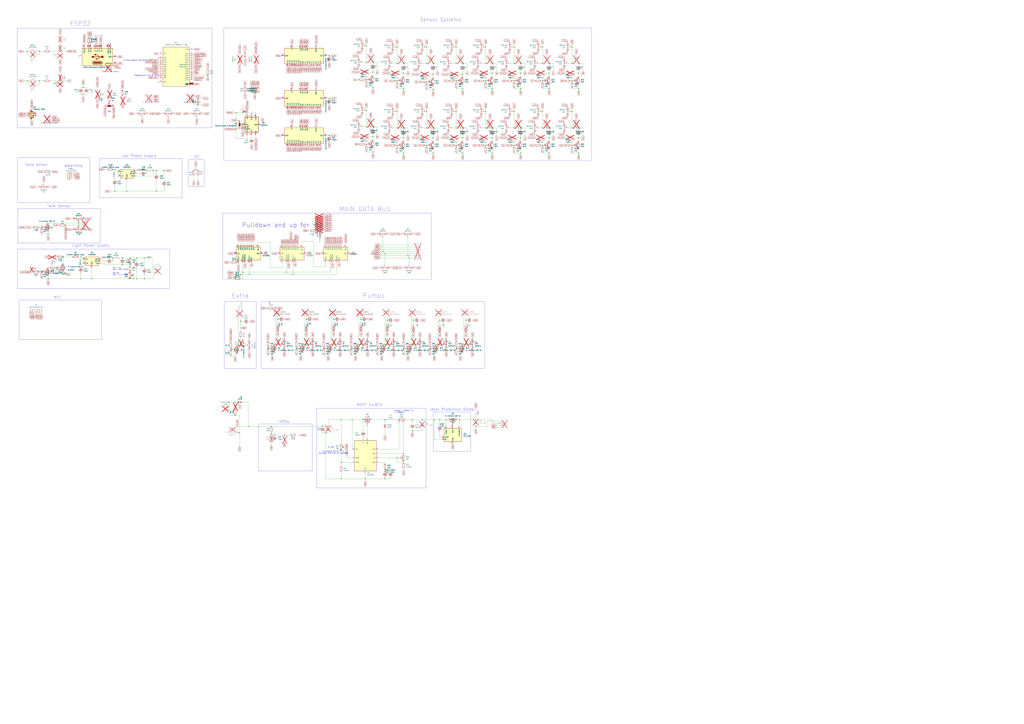
<source format=kicad_sch>
(kicad_sch
	(version 20231120)
	(generator "eeschema")
	(generator_version "8.0")
	(uuid "c26e8d55-0b6e-4c4e-b7c8-b1fed973201c")
	(paper "A0")
	(title_block
		(title "Plant Controller")
		(date "2020-12-21")
		(rev "0.4a")
		(company "C3MA")
	)
	
	(junction
		(at 278.13 502.92)
		(diameter 0)
		(color 0 0 0 0)
		(uuid "006314ff-9060-4674-a7fc-dac02fc6a66c")
	)
	(junction
		(at 314.96 504.19)
		(diameter 0)
		(color 0 0 0 0)
		(uuid "01041127-725b-4ce5-8f58-38fb3fd24a79")
	)
	(junction
		(at 571.5 102.87)
		(diameter 0)
		(color 0 0 0 0)
		(uuid "026b3c24-c4bc-4ca0-82cb-9b3a3781338b")
	)
	(junction
		(at 190.5 198.12)
		(diameter 0)
		(color 0 0 0 0)
		(uuid "044b370d-4a42-4fab-a8a0-78f235931201")
	)
	(junction
		(at 502.92 104.14)
		(diameter 0)
		(color 0 0 0 0)
		(uuid "05921202-6f3d-47e7-afc8-54cf16183806")
	)
	(junction
		(at 424.18 556.26)
		(diameter 0)
		(color 0 0 0 0)
		(uuid "064498dc-e504-4f86-9f3f-c7515e3a87b5")
	)
	(junction
		(at 637.54 177.8)
		(diameter 0)
		(color 0 0 0 0)
		(uuid "067aeb1c-cd17-40a2-9804-d78ecf21918c")
	)
	(junction
		(at 93.98 298.45)
		(diameter 0)
		(color 0 0 0 0)
		(uuid "06d8b90d-baa0-4504-baff-642acafdb6f4")
	)
	(junction
		(at 320.04 400.05)
		(diameter 0)
		(color 0 0 0 0)
		(uuid "09028f9d-45e1-4366-826a-88a396abe002")
	)
	(junction
		(at 671.83 177.8)
		(diameter 0)
		(color 0 0 0 0)
		(uuid "09e9f518-61d1-4fd0-86ec-2ca41f027627")
	)
	(junction
		(at 449.58 400.05)
		(diameter 0)
		(color 0 0 0 0)
		(uuid "0a372b77-1bd4-4b2a-8539-3c6b9cb168d3")
	)
	(junction
		(at 495.3 54.61)
		(diameter 0)
		(color 0 0 0 0)
		(uuid "0b9bd1bd-5d87-4203-ac6d-25f132a9d650")
	)
	(junction
		(at 664.21 168.91)
		(diameter 0)
		(color 0 0 0 0)
		(uuid "0bf93224-513b-43b0-b34e-b83cf88ace50")
	)
	(junction
		(at 287.02 129.54)
		(diameter 0)
		(color 0 0 0 0)
		(uuid "0c1a2e2b-69cb-4ba8-9ed6-a21b6fe1cbe7")
	)
	(junction
		(at 31.75 59.69)
		(diameter 0)
		(color 0 0 0 0)
		(uuid "0c801748-df91-4145-83f3-9b19cb585cd0")
	)
	(junction
		(at 433.07 72.39)
		(diameter 0)
		(color 0 0 0 0)
		(uuid "0ebeefe8-2447-4c3c-80b1-d0d61f1efb48")
	)
	(junction
		(at 93.98 323.85)
		(diameter 0)
		(color 0 0 0 0)
		(uuid "0eea3930-0275-4c9f-97c6-e4491faf7ffd")
	)
	(junction
		(at 537.21 73.66)
		(diameter 0)
		(color 0 0 0 0)
		(uuid "0f7c9f5b-15c0-4d15-9880-73614b9dc27c")
	)
	(junction
		(at 289.56 318.77)
		(diameter 0)
		(color 0 0 0 0)
		(uuid "100d0f8b-2f86-49dd-861e-b2d9c9a4a2d9")
	)
	(junction
		(at 478.79 500.38)
		(diameter 0)
		(color 0 0 0 0)
		(uuid "136b5f16-d5fe-4c8a-8508-0e9ad86f8f43")
	)
	(junction
		(at 396.24 537.21)
		(diameter 0)
		(color 0 0 0 0)
		(uuid "14871bbb-dfd8-4195-8c14-9ec80a720539")
	)
	(junction
		(at 447.04 294.64)
		(diameter 0)
		(color 0 0 0 0)
		(uuid "14b6b14d-4e33-4c9c-a6d4-2829760e6cc4")
	)
	(junction
		(at 490.22 487.68)
		(diameter 0)
		(color 0 0 0 0)
		(uuid "15c019f7-a03b-47ae-a51c-abc73c51bd40")
	)
	(junction
		(at 563.88 54.61)
		(diameter 0)
		(color 0 0 0 0)
		(uuid "1b762162-080c-4e36-b68b-d3bd15571f83")
	)
	(junction
		(at 273.05 467.36)
		(diameter 0)
		(color 0 0 0 0)
		(uuid "1de64cec-e748-4c12-b5b5-b7d914424890")
	)
	(junction
		(at 368.3 265.43)
		(diameter 0)
		(color 0 0 0 0)
		(uuid "1e71c6eb-62eb-41d4-bfde-df1e7aa7c319")
	)
	(junction
		(at 468.63 85.09)
		(diameter 0)
		(color 0 0 0 0)
		(uuid "1f4e3c83-7f84-4013-8458-3254f2649743")
	)
	(junction
		(at 276.86 401.32)
		(diameter 0)
		(color 0 0 0 0)
		(uuid "2124662e-0101-4907-a279-d22f77f179e9")
	)
	(junction
		(at 419.1 370.84)
		(diameter 0)
		(color 0 0 0 0)
		(uuid "2125b107-250d-44b9-ae2a-63555b15b96b")
	)
	(junction
		(at 271.78 322.58)
		(diameter 0)
		(color 0 0 0 0)
		(uuid "21c9489c-b7e7-411e-8242-06cb982ccdfb")
	)
	(junction
		(at 273.05 482.6)
		(diameter 0)
		(color 0 0 0 0)
		(uuid "2235abed-6314-47fb-bd0d-6abfcbf38d24")
	)
	(junction
		(at 541.02 400.05)
		(diameter 0)
		(color 0 0 0 0)
		(uuid "225164a2-0641-4a42-83a1-eb3ceb752f37")
	)
	(junction
		(at 387.35 370.84)
		(diameter 0)
		(color 0 0 0 0)
		(uuid "22b03adb-32c5-4612-9736-645d72daaf12")
	)
	(junction
		(at 510.54 487.68)
		(diameter 0)
		(color 0 0 0 0)
		(uuid "243935e2-4f6a-429d-bbc1-4327fafdf466")
	)
	(junction
		(at 368.3 262.89)
		(diameter 0)
		(color 0 0 0 0)
		(uuid "252d4a75-2db7-460c-aaed-b4520213017f")
	)
	(junction
		(at 425.45 92.71)
		(diameter 0)
		(color 0 0 0 0)
		(uuid "25d1ef73-18e6-4b45-b6a0-d161dc281a1c")
	)
	(junction
		(at 158.75 299.72)
		(diameter 0)
		(color 0 0 0 0)
		(uuid "27bdfd08-9fa2-4018-8386-f5f9458ea23f")
	)
	(junction
		(at 407.67 405.13)
		(diameter 0)
		(color 0 0 0 0)
		(uuid "288439ce-4d40-4524-9a56-c937c30e7f5c")
	)
	(junction
		(at 96.52 300.99)
		(diameter 0)
		(color 0 0 0 0)
		(uuid "2977a76b-3c36-4356-9c23-ef25b0e79774")
	)
	(junction
		(at 480.06 400.05)
		(diameter 0)
		(color 0 0 0 0)
		(uuid "2affe026-8dd0-4fb0-90f9-21a8fa9a4bdc")
	)
	(junction
		(at 461.01 148.59)
		(diameter 0)
		(color 0 0 0 0)
		(uuid "30055c98-462c-4777-a626-cf867239e38d")
	)
	(junction
		(at 55.88 323.85)
		(diameter 0)
		(color 0 0 0 0)
		(uuid "30c447cc-ce18-498c-a30a-de1223bde459")
	)
	(junction
		(at 671.83 148.59)
		(diameter 0)
		(color 0 0 0 0)
		(uuid "31a2a121-855b-4cf9-8440-5bbee3de3f05")
	)
	(junction
		(at 433.07 83.82)
		(diameter 0)
		(color 0 0 0 0)
		(uuid "31ba5875-8927-4bfd-a4f8-3adf246769c4")
	)
	(junction
		(at 596.9 93.98)
		(diameter 0)
		(color 0 0 0 0)
		(uuid "32072a9c-d2dd-4fe3-9085-b2b6c66fab96")
	)
	(junction
		(at 66.04 311.15)
		(diameter 0)
		(color 0 0 0 0)
		(uuid "33109daa-b629-475e-bf83-217328126604")
	)
	(junction
		(at 281.94 144.78)
		(diameter 0)
		(color 0 0 0 0)
		(uuid "348bf06b-daf7-4d97-b82c-b8a5bbf3d06b")
	)
	(junction
		(at 322.58 400.05)
		(diameter 0)
		(color 0 0 0 0)
		(uuid "34e846f7-9dcf-4f40-8420-68c319584cee")
	)
	(junction
		(at 433.07 158.75)
		(diameter 0)
		(color 0 0 0 0)
		(uuid "37a79285-75dc-47b1-85e2-e9c3d074f7c7")
	)
	(junction
		(at 381 495.3)
		(diameter 0)
		(color 0 0 0 0)
		(uuid "394a6417-c4c4-43a0-ad22-7a964e628e7d")
	)
	(junction
		(at 571.5 73.66)
		(diameter 0)
		(color 0 0 0 0)
		(uuid "3cc3bd38-c946-4c29-a625-e712e268d838")
	)
	(junction
		(at 314.96 513.08)
		(diameter 0)
		(color 0 0 0 0)
		(uuid "3d8fb177-4b5a-4526-95fd-c4109587c044")
	)
	(junction
		(at 274.32 130.81)
		(diameter 0)
		(color 0 0 0 0)
		(uuid "3e916cc3-c4bb-4a04-9995-635a73841757")
	)
	(junction
		(at 537.21 86.36)
		(diameter 0)
		(color 0 0 0 0)
		(uuid "4120f630-88f8-4958-99c5-be8a6b4772f2")
	)
	(junction
		(at 461.01 93.98)
		(diameter 0)
		(color 0 0 0 0)
		(uuid "4126858c-c206-4bef-b39b-428bcec4deec")
	)
	(junction
		(at 508 400.05)
		(diameter 0)
		(color 0 0 0 0)
		(uuid "415b2ab4-f4dd-4fee-870b-9ba95dac6a8b")
	)
	(junction
		(at 571.5 148.59)
		(diameter 0)
		(color 0 0 0 0)
		(uuid "4406cfee-0ff2-44ef-a1ef-e6149581217c")
	)
	(junction
		(at 69.85 59.69)
		(diameter 0)
		(color 0 0 0 0)
		(uuid "44bf766d-2222-4637-ada1-6cbff94abbf8")
	)
	(junction
		(at 151.13 323.85)
		(diameter 0)
		(color 0 0 0 0)
		(uuid "44cd3143-c150-4d17-bd07-6ba56767d7c5")
	)
	(junction
		(at 495.3 168.91)
		(diameter 0)
		(color 0 0 0 0)
		(uuid "4593d6e5-bc8e-48f0-9775-93846c33113e")
	)
	(junction
		(at 552.45 487.68)
		(diameter 0)
		(color 0 0 0 0)
		(uuid "464f670a-23da-4072-9135-c7f8cde45344")
	)
	(junction
		(at 353.06 400.05)
		(diameter 0)
		(color 0 0 0 0)
		(uuid "477944b3-0f91-44bb-99ca-1f00b91186f2")
	)
	(junction
		(at 637.54 85.09)
		(diameter 0)
		(color 0 0 0 0)
		(uuid "48fa581b-e31c-40cd-be78-2d3ece0a1d84")
	)
	(junction
		(at 461.01 54.61)
		(diameter 0)
		(color 0 0 0 0)
		(uuid "499fccfc-5e44-4fef-9ee9-4d1fdf9faa8f")
	)
	(junction
		(at 495.3 148.59)
		(diameter 0)
		(color 0 0 0 0)
		(uuid "4bdd9a73-35ba-455b-971d-29ad86479519")
	)
	(junction
		(at 344.17 405.13)
		(diameter 0)
		(color 0 0 0 0)
		(uuid "4c43d807-6025-4458-873e-b0e60bc37c3c")
	)
	(junction
		(at 664.21 54.61)
		(diameter 0)
		(color 0 0 0 0)
		(uuid "4f51b0d3-b93c-48c1-8f94-d8097a17151c")
	)
	(junction
		(at 142.24 299.72)
		(diameter 0)
		(color 0 0 0 0)
		(uuid "4fc5b79a-48b8-4875-b2fa-ce2c0b207ed6")
	)
	(junction
		(at 433.07 176.53)
		(diameter 0)
		(color 0 0 0 0)
		(uuid "5087ffa7-63f2-46a1-b798-fd54a43209da")
	)
	(junction
		(at 419.1 400.05)
		(diameter 0)
		(color 0 0 0 0)
		(uuid "547e0024-8ca5-4fd9-9ed0-6e6fa4efe2d1")
	)
	(junction
		(at 433.07 101.6)
		(diameter 0)
		(color 0 0 0 0)
		(uuid "548c700b-f320-487b-b1e6-213ddcf734d3")
	)
	(junction
		(at 276.86 304.8)
		(diameter 0)
		(color 0 0 0 0)
		(uuid "54c228c6-a419-4461-b51c-f4689ab11c16")
	)
	(junction
		(at 480.06 372.11)
		(diameter 0)
		(color 0 0 0 0)
		(uuid "54f14d31-ee75-4d90-bbd6-d53b9269dae6")
	)
	(junction
		(at 596.9 168.91)
		(diameter 0)
		(color 0 0 0 0)
		(uuid "553fd55b-c9b0-4d42-8fea-fe608c6b3e8f")
	)
	(junction
		(at 504.19 487.68)
		(diameter 0)
		(color 0 0 0 0)
		(uuid "55707df8-1ce8-4b01-b189-1ba64f13e6d9")
	)
	(junction
		(at 447.04 487.68)
		(diameter 0)
		(color 0 0 0 0)
		(uuid "557c9344-c4f5-407c-87a3-c05772708fc7")
	)
	(junction
		(at 425.45 128.27)
		(diameter 0)
		(color 0 0 0 0)
		(uuid "56ab9f7a-a80d-45b5-9f13-38a6ae5e5a2f")
	)
	(junction
		(at 227.33 196.85)
		(diameter 0)
		(color 0 0 0 0)
		(uuid "59cefdea-f0fc-4a2c-8ab5-1fb284bbff64")
	)
	(junction
		(at 48.26 264.16)
		(diameter 0)
		(color 0 0 0 0)
		(uuid "5a159a05-57fa-411f-9de3-7f0e035fb745")
	)
	(junction
		(at 154.94 323.85)
		(diameter 0)
		(color 0 0 0 0)
		(uuid "5a782664-d096-4b9f-8da4-e576a5adbff8")
	)
	(junction
		(at 468.63 527.05)
		(diameter 0)
		(color 0 0 0 0)
		(uuid "5aef8b40-8452-4805-a5e4-da8d93469853")
	)
	(junction
		(at 461.01 532.13)
		(diameter 0)
		(color 0 0 0 0)
		(uuid "5daa4784-f5ea-45b1-b6e6-5ed7605a4fd9")
	)
	(junction
		(at 604.52 85.09)
		(diameter 0)
		(color 0 0 0 0)
		(uuid "5db28c81-ecda-48cf-9cf5-82a4652c2d72")
	)
	(junction
		(at 596.9 73.66)
		(diameter 0)
		(color 0 0 0 0)
		(uuid "5de7b025-2047-4e98-ad34-d25039409f9e")
	)
	(junction
		(at 311.15 405.13)
		(diameter 0)
		(color 0 0 0 0)
		(uuid "5df117be-4263-48e0-a710-5721bdeecfb9")
	)
	(junction
		(at 382.27 157.48)
		(diameter 0)
		(color 0 0 0 0)
		(uuid "5e7a5161-1647-47d6-9e0b-ff9ce9e31b86")
	)
	(junction
		(at 495.3 95.25)
		(diameter 0)
		(color 0 0 0 0)
		(uuid "5ebba679-b1e7-40e7-a21c-eaac87c82160")
	)
	(junction
		(at 433.07 147.32)
		(diameter 0)
		(color 0 0 0 0)
		(uuid "5ee86e6c-9861-45ff-aaf3-b0ce155250f5")
	)
	(junction
		(at 533.4 487.68)
		(diameter 0)
		(color 0 0 0 0)
		(uuid "60684402-d96a-439d-a47a-f1940a639b1b")
	)
	(junction
		(at 637.54 73.66)
		(diameter 0)
		(color 0 0 0 0)
		(uuid "6283297a-b875-4df2-a42b-317a52403718")
	)
	(junction
		(at 133.35 222.25)
		(diameter 0)
		(color 0 0 0 0)
		(uuid "62e83d49-6450-4f8e-9161-9823cbd9fa8a")
	)
	(junction
		(at 396.24 556.26)
		(diameter 0)
		(color 0 0 0 0)
		(uuid "62e8e510-5776-41a5-b7ef-659764595cf0")
	)
	(junction
		(at 629.92 54.61)
		(diameter 0)
		(color 0 0 0 0)
		(uuid "639a9374-4baa-414a-a5c4-7e13d2852c2e")
	)
	(junction
		(at 468.63 102.87)
		(diameter 0)
		(color 0 0 0 0)
		(uuid "650b02e4-fb4a-4097-88f3-57b476d8f112")
	)
	(junction
		(at 529.59 54.61)
		(diameter 0)
		(color 0 0 0 0)
		(uuid "66f71efe-5a3b-4842-81ad-702f6a9183fb")
	)
	(junction
		(at 332.74 316.23)
		(diameter 0)
		(color 0 0 0 0)
		(uuid "68f4d8af-c27e-4056-a2a9-dbd2514de570")
	)
	(junction
		(at 664.21 93.98)
		(diameter 0)
		(color 0 0 0 0)
		(uuid "690f2dc5-5473-4546-a0f5-1e3f20786db0")
	)
	(junction
		(at 478.79 487.68)
		(diameter 0)
		(color 0 0 0 0)
		(uuid "697147b1-0224-4f54-a454-fb14851852a2")
	)
	(junction
		(at 502.92 73.66)
		(diameter 0)
		(color 0 0 0 0)
		(uuid "6b072436-9cc5-44f0-8cab-e5273772d205")
	)
	(junction
		(at 518.16 487.68)
		(diameter 0)
		(color 0 0 0 0)
		(uuid "6b9d9747-b3ff-43d2-8486-466834aa4452")
	)
	(junction
		(at 447.04 547.37)
		(diameter 0)
		(color 0 0 0 0)
		(uuid "6bee4d3f-40c6-4254-8d07-1c0c6ec2a6f4")
	)
	(junction
		(at 449.58 372.11)
		(diameter 0)
		(color 0 0 0 0)
		(uuid "6c849387-b46a-4c70-adb8-4a7816d1702c")
	)
	(junction
		(at 130.81 299.72)
		(diameter 0)
		(color 0 0 0 0)
		(uuid "6e8888f6-ec84-4dea-a75b-c49e51edec1e")
	)
	(junction
		(at 571.5 177.8)
		(diameter 0)
		(color 0 0 0 0)
		(uuid "6ee7607b-1843-4037-994f-9b421f85c34b")
	)
	(junction
		(at 596.9 148.59)
		(diameter 0)
		(color 0 0 0 0)
		(uuid "708152d4-5c67-4c3c-967a-78dd154354ad")
	)
	(junction
		(at 529.59 93.98)
		(diameter 0)
		(color 0 0 0 0)
		(uuid "718782ac-57c8-435b-9457-ce995955847d")
	)
	(junction
		(at 368.3 257.81)
		(diameter 0)
		(color 0 0 0 0)
		(uuid "7357611e-6eb5-4b44-a3c1-ee563f8ae0ea")
	)
	(junction
		(at 447.04 400.05)
		(diameter 0)
		(color 0 0 0 0)
		(uuid "74872d2f-df92-44ce-a737-7d0693ac46a3")
	)
	(junction
		(at 288.29 495.3)
		(diameter 0)
		(color 0 0 0 0)
		(uuid "74d5e0e4-cd91-4e01-8980-afaf347113fd")
	)
	(junction
		(at 91.44 259.08)
		(diameter 0)
		(color 0 0 0 0)
		(uuid "750169c9-8dda-4196-8b70-7629a1386317")
	)
	(junction
		(at 421.64 487.68)
		(diameter 0)
		(color 0 0 0 0)
		(uuid "792fa4db-0ff6-47c2-b282-e4d8f6701888")
	)
	(junction
		(at 637.54 102.87)
		(diameter 0)
		(color 0 0 0 0)
		(uuid "79ec289a-2f85-4055-9210-f7916fbc3d1f")
	)
	(junction
		(at 596.9 54.61)
		(diameter 0)
		(color 0 0 0 0)
		(uuid "7a5115d1-34f1-4afd-aab6-8c3f89df22ba")
	)
	(junction
		(at 671.83 160.02)
		(diameter 0)
		(color 0 0 0 0)
		(uuid "7e319f56-b85a-4463-b8f9-7ad8f5763ea8")
	)
	(junction
		(at 147.32 222.25)
		(diameter 0)
		(color 0 0 0 0)
		(uuid "7ea02348-2ae2-4ac7-a02a-9029063eb3d7")
	)
	(junction
		(at 637.54 160.02)
		(diameter 0)
		(color 0 0 0 0)
		(uuid "7eac8976-1652-4c0a-a76d-0530fe3ae3ae")
	)
	(junction
		(at 461.01 129.54)
		(diameter 0)
		(color 0 0 0 0)
		(uuid "7f0237e1-1d71-4027-86cb-d7488d6dce27")
	)
	(junction
		(at 281.94 316.23)
		(diameter 0)
		(color 0 0 0 0)
		(uuid "805ba7db-9e85-428e-9f5b-9063e8278c60")
	)
	(junction
		(at 229.87 121.92)
		(diameter 0)
		(color 0 0 0 0)
		(uuid "80d65bc6-dba9-4812-bdea-0cc2f75d7859")
	)
	(junction
		(at 468.63 405.13)
		(diameter 0)
		(color 0 0 0 0)
		(uuid "80f5b8a1-cdbe-4850-a609-339b8c898669")
	)
	(junction
		(at 473.71 297.18)
		(diameter 0)
		(color 0 0 0 0)
		(uuid "819a85d3-cd43-455c-8023-715c1f29dcd2")
	)
	(junction
		(at 502.92 160.02)
		(diameter 0)
		(color 0 0 0 0)
		(uuid "8239b883-7ac0-49ae-91b3-07b3826c7fe2")
	)
	(junction
		(at 73.66 298.45)
		(diameter 0)
		(color 0 0 0 0)
		(uuid "82572895-6594-489b-b5dd-a8b4d09bcb09")
	)
	(junction
		(at 177.8 198.12)
		(diameter 0)
		(color 0 0 0 0)
		(uuid "843e9870-799e-444a-a4e6-716ced5cbe43")
	)
	(junction
		(at 637.54 148.59)
		(diameter 0)
		(color 0 0 0 0)
		(uuid "89062818-c01b-4c5a-a12c-1e35d52780ff")
	)
	(junction
		(at 425.45 53.34)
		(diameter 0)
		(color 0 0 0 0)
		(uuid "89c9668d-eb10-4371-9427-2b0654758741")
	)
	(junction
		(at 563.88 93.98)
		(diameter 0)
		(color 0 0 0 0)
		(uuid "8bd86f79-7f9c-4c30-9dd8-981806e53813")
	)
	(junction
		(at 671.83 102.87)
		(diameter 0)
		(color 0 0 0 0)
		(uuid "8db1d203-e627-40a1-9aa1-eb87a34a27ca")
	)
	(junction
		(at 76.2 261.62)
		(diameter 0)
		(color 0 0 0 0)
		(uuid "8dbf3f53-4dbe-4577-8253-5d3d05e20a7d")
	)
	(junction
		(at 375.92 405.13)
		(diameter 0)
		(color 0 0 0 0)
		(uuid "8ddc18df-7f6d-40fe-971f-5b7ea913cac2")
	)
	(junction
		(at 495.3 73.66)
		(diameter 0)
		(color 0 0 0 0)
		(uuid "91f51afc-74e9-4689-bf90-5b054783b568")
	)
	(junction
		(at 137.16 199.39)
		(diameter 0)
		(color 0 0 0 0)
		(uuid "9330ab14-2e88-49fc-b8ec-647acef19c05")
	)
	(junction
		(at 425.45 147.32)
		(diameter 0)
		(color 0 0 0 0)
		(uuid "93f019f6-1cb2-47ce-ad4a-b71afdbed778")
	)
	(junction
		(at 529.59 129.54)
		(diameter 0)
		(color 0 0 0 0)
		(uuid "943b67a7-896a-4d51-b5a7-cd6889520825")
	)
	(junction
		(at 571.5 160.02)
		(diameter 0)
		(color 0 0 0 0)
		(uuid "944582dc-9ad6-4270-b98c-6b7423b11410")
	)
	(junction
		(at 537.21 148.59)
		(diameter 0)
		(color 0 0 0 0)
		(uuid "957e10ff-76bd-489f-b9fe-ab1fdb884450")
	)
	(junction
		(at 368.3 255.27)
		(diameter 0)
		(color 0 0 0 0)
		(uuid "95e16490-1476-42b0-b339-2eae951bab1c")
	)
	(junction
		(at 151.13 307.34)
		(diameter 0)
		(color 0 0 0 0)
		(uuid "96f15460-13f3-4312-89f8-b71934eaedb8")
	)
	(junction
		(at 671.83 73.66)
		(diameter 0)
		(color 0 0 0 0)
		(uuid "974cb32f-b17f-415b-a3ed-4c573300644d")
	)
	(junction
		(at 106.68 323.85)
		(diameter 0)
		(color 0 0 0 0)
		(uuid "977868cb-abe1-483f-8f43-5a8a20726067")
	)
	(junction
		(at 563.88 168.91)
		(diameter 0)
		(color 0 0 0 0)
		(uuid "979d0b85-f2dc-43e5-91a2-e7e9a479ccd3")
	)
	(junction
		(at 382.27 64.77)
		(diameter 0)
		(color 0 0 0 0)
		(uuid "99de8f7d-0bac-4189-8a58-7eb488261416")
	)
	(junction
		(at 552.45 495.3)
		(diameter 0)
		(color 0 0 0 0)
		(uuid "9a8358d1-ea0c-4e4d-bd7f-459dfdba752f")
	)
	(junction
		(at 571.5 85.09)
		(diameter 0)
		(color 0 0 0 0)
		(uuid "9b65336d-5277-4cda-9817-8d963731baca")
	)
	(junction
		(at 241.3 87.63)
		(diameter 0)
		(color 0 0 0 0)
		(uuid "9d32f91d-40f9-42f9-b044-70d19854227e")
	)
	(junction
		(at 510.54 372.11)
		(diameter 0)
		(color 0 0 0 0)
		(uuid "a1d7e5c8-d217-457c-b56c-ecad97fd4c0e")
	)
	(junction
		(at 538.48 400.05)
		(diameter 0)
		(color 0 0 0 0)
		(uuid "a29c0663-342d-4535-aac0-b31dad8318cf")
	)
	(junction
		(at 45.72 59.69)
		(diameter 0)
		(color 0 0 0 0)
		(uuid "a3104c80-278d-416a-b409-fd08d784c6c7")
	)
	(junction
		(at 563.88 73.66)
		(diameter 0)
		(color 0 0 0 0)
		(uuid "a4f2e3e9-2f62-4ed2-91cb-96ac4bea021e")
	)
	(junction
		(at 355.6 400.05)
		(diameter 0)
		(color 0 0 0 0)
		(uuid "a685894a-983c-450f-b9c3-4d7e6d929974")
	)
	(junction
		(at 425.45 167.64)
		(diameter 0)
		(color 0 0 0 0)
		(uuid "a692c08c-551f-44a7-adb6-606c3bb62932")
	)
	(junction
		(at 167.64 323.85)
		(diameter 0)
		(color 0 0 0 0)
		(uuid "a70da482-a861-4e2f-9d2b-6183a6f0f87e")
	)
	(junction
		(at 629.92 129.54)
		(diameter 0)
		(color 0 0 0 0)
		(uuid "a77abfe7-e262-4002-9648-a4dca1c184b1")
	)
	(junction
		(at 495.3 129.54)
		(diameter 0)
		(color 0 0 0 0)
		(uuid "a7ead05e-fd26-4f6a-98b1-c130e29a0605")
	)
	(junction
		(at 408.94 487.68)
		(diameter 0)
		(color 0 0 0 0)
		(uuid "a90e40e7-9f3e-4a7e-bc30-d292bc1ab9ed")
	)
	(junction
		(at 396.24 487.68)
		(diameter 0)
		(color 0 0 0 0)
		(uuid "a918e227-4862-4ef1-b1b4-1ecbab47421d")
	)
	(junction
		(at 529.59 168.91)
		(diameter 0)
		(color 0 0 0 0)
		(uuid "a97fc95b-6246-49f0-b0cf-bf3aa6f54de2")
	)
	(junction
		(at 99.06 266.7)
		(diameter 0)
		(color 0 0 0 0)
		(uuid "a99f2dd3-1db5-4646-bd5d-42af73cee85a")
	)
	(junction
		(at 378.46 502.92)
		(diameter 0)
		(color 0 0 0 0)
		(uuid "aa0d7669-67ff-4603-888b-7d15a03d73a6")
	)
	(junction
		(at 151.13 299.72)
		(diameter 0)
		(color 0 0 0 0)
		(uuid "aa659c87-6d9f-4a94-913b-ec00337baaa9")
	)
	(junction
		(at 537.21 160.02)
		(diameter 0)
		(color 0 0 0 0)
		(uuid "aa7470b0-25fe-426c-8e11-da1c1d924805")
	)
	(junction
		(at 142.24 307.34)
		(diameter 0)
		(color 0 0 0 0)
		(uuid "ab83cc7b-a4bb-42ce-806a-ad57b1f1f16f")
	)
	(junction
		(at 318.77 505.46)
		(diameter 0)
		(color 0 0 0 0)
		(uuid "ac18742b-0669-4417-bf96-99d1ab0ff75f")
	)
	(junction
		(at 529.59 405.13)
		(diameter 0)
		(color 0 0 0 0)
		(uuid "ac6041ae-1077-46a6-b33a-6e568b0f7d89")
	)
	(junction
		(at 297.18 107.95)
		(diameter 0)
		(color 0 0 0 0)
		(uuid "ad6aca5a-aa99-4b42-a3e4-f6f27dae664e")
	)
	(junction
		(at 355.6 370.84)
		(diameter 0)
		(color 0 0 0 0)
		(uuid "ae161ff6-e303-4db5-b037-b1f45682a4bb")
	)
	(junction
		(at 604.52 73.66)
		(diameter 0)
		(color 0 0 0 0)
		(uuid "af24c530-bace-4098-b28e-8213bb1a8743")
	)
	(junction
		(at 295.91 107.95)
		(diameter 0)
		(color 0 0 0 0)
		(uuid "af4549b6-4e25-4c36-b4d9-5cfa50547ca1")
	)
	(junction
		(at 382.27 114.3)
		(diameter 0)
		(color 0 0 0 0)
		(uuid "b5f987b1-82e9-4d50-afd8-20682cecf96f")
	)
	(junction
		(at 468.63 177.8)
		(diameter 0)
		(color 0 0 0 0)
		(uuid "b88c6033-15ac-4b13-83da-7bbe1c1195dd")
	)
	(junction
		(at 502.92 177.8)
		(diameter 0)
		(color 0 0 0 0)
		(uuid "bb2d97e8-7888-40b3-ad5f-0b2ed971ec7b")
	)
	(junction
		(at 73.66 318.77)
		(diameter 0)
		(color 0 0 0 0)
		(uuid "c1341956-3e76-4b89-ab41-469a1db0015c")
	)
	(junction
		(at 510.54 400.05)
		(diameter 0)
		(color 0 0 0 0)
		(uuid "c1611925-d0ac-42a4-83ae-6844b1cb71e3")
	)
	(junction
		(at 461.01 73.66)
		(diameter 0)
		(color 0 0 0 0)
		(uuid "c1f12c77-fc36-4c4e-9402-b971f8787376")
	)
	(junction
		(at 91.44 261.62)
		(diameter 0)
		(color 0 0 0 0)
		(uuid "c2c812ed-41b4-4200-984f-e76eae1d14de")
	)
	(junction
		(at 45.72 93.98)
		(diameter 0)
		(color 0 0 0 0)
		(uuid "c39add44-ba76-41fb-8f18-28fa0366e282")
	)
	(junction
		(at 314.96 495.3)
		(diameter 0)
		(color 0 0 0 0)
		(uuid "c658b47a-3e79-4147-ac21-89a17ecf409a")
	)
	(junction
		(at 322.58 370.84)
		(diameter 0)
		(color 0 0 0 0)
		(uuid "c6d07995-bb57-4c01-9d40-c8c408016a09")
	)
	(junction
		(at 468.63 73.66)
		(diameter 0)
		(color 0 0 0 0)
		(uuid "c9bcc4dd-2e45-4814-917d-222bf96092ff")
	)
	(junction
		(at 181.61 222.25)
		(diameter 0)
		(color 0 0 0 0)
		(uuid "cac620f5-0af6-41f8-9844-d9f07ee0c129")
	)
	(junction
		(at 279.4 373.38)
		(diameter 0)
		(color 0 0 0 0)
		(uuid "cbfbbc2e-484a-4954-8dc2-c7386c5d1301")
	)
	(junction
		(at 529.59 73.66)
		(diameter 0)
		(color 0 0 0 0)
		(uuid "cc4db2b3-7a3d-4ef2-b3b0-bc2a5b38938e")
	)
	(junction
		(at 133.35 196.85)
		(diameter 0)
		(color 0 0 0 0)
		(uuid "cc922bc0-96bd-4b17-b53a-b9b1b8fdaebf")
	)
	(junction
		(at 294.64 107.95)
		(diameter 0)
		(color 0 0 0 0)
		(uuid "cd4269e0-1f42-4344-8d26-de82a41ddaff")
	)
	(junction
		(at 629.92 93.98)
		(diameter 0)
		(color 0 0 0 0)
		(uuid "ceefa2d2-00e3-4b3c-a7ad-0e8ac388ebb9")
	)
	(junction
		(at 604.52 177.8)
		(diameter 0)
		(color 0 0 0 0)
		(uuid "d001e9a1-587b-41cc-81aa-c56d8da361ee")
	)
	(junction
		(at 499.11 405.13)
		(diameter 0)
		(color 0 0 0 0)
		(uuid "d0ccfc37-9d2e-4994-b901-fab6c387aa2a")
	)
	(junction
		(at 537.21 177.8)
		(diameter 0)
		(color 0 0 0 0)
		(uuid "d1010438-7a43-4538-9e86-217bd01f8c14")
	)
	(junction
		(at 368.3 267.97)
		(diameter 0)
		(color 0 0 0 0)
		(uuid "d14a960b-df64-4cee-80fc-25c3debc3b63")
	)
	(junction
		(at 158.75 323.85)
		(diameter 0)
		(color 0 0 0 0)
		(uuid "d17c286e-9606-4cb2-902a-10021903ed9a")
	)
	(junction
		(at 671.83 85.09)
		(diameter 0)
		(color 0 0 0 0)
		(uuid "d1d52e82-91ba-48cd-b468-139b1071e8d5")
	)
	(junction
		(at 31.75 93.98)
		(diameter 0)
		(color 0 0 0 0)
		(uuid "d2b0a197-1410-44de-bdc3-e63959ff5b39")
	)
	(junction
		(at 537.21 102.87)
		(diameter 0)
		(color 0 0 0 0)
		(uuid "d2b90904-e6cb-4742-881e-0fd35570115c")
	)
	(junction
		(at 368.3 252.73)
		(diameter 0)
		(color 0 0 0 0)
		(uuid "d48d5ecb-021c-46d1-b6e1-8cccf5ad30d1")
	)
	(junction
		(at 55.88 271.78)
		(diameter 0)
		(color 0 0 0 0)
		(uuid "d6db9766-b81b-4a66-bc0a-843f0aeb559b")
	)
	(junction
		(at 541.02 372.11)
		(diameter 0)
		(color 0 0 0 0)
		(uuid "d776c8dc-ee54-41b4-8224-e7ddbf0679dc")
	)
	(junction
		(at 229.87 114.3)
		(diameter 0)
		(color 0 0 0 0)
		(uuid "d87ec7ee-a984-4873-af6a-591dbaf9505a")
	)
	(junction
		(at 438.15 405.13)
		(diameter 0)
		(color 0 0 0 0)
		(uuid "db8fa153-556e-4fc4-a8b6-63a7062d08ed")
	)
	(junction
		(at 425.45 72.39)
		(diameter 0)
		(color 0 0 0 0)
		(uuid "dc8c6e94-1eff-45c1-b92e-b1caf2f34015")
	)
	(junction
		(at 181.61 198.12)
		(diameter 0)
		(color 0 0 0 0)
		(uuid "dd5d2f91-6f31-4419-a01a-1ac3389098ab")
	)
	(junction
		(at 374.65 495.3)
		(diameter 0)
		(color 0 0 0 0)
		(uuid "dda3d65b-6f54-4ee4-b1a0-dc35f1b01992")
	)
	(junction
		(at 170.18 198.12)
		(diameter 0)
		(color 0 0 0 0)
		(uuid "de92b6a6-7a53-41cb-a051-66e1e7d1d440")
	)
	(junction
		(at 368.3 260.35)
		(diameter 0)
		(color 0 0 0 0)
		(uuid "dfafa1ec-5cf4-4609-89b7-e43a37c90c17")
	)
	(junction
		(at 529.59 148.59)
		(diameter 0)
		(color 0 0 0 0)
		(uuid "e018a52d-1f7f-43d2-9757-f2f7c2a0a9c0")
	)
	(junction
		(at 604.52 148.59)
		(diameter 0)
		(color 0 0 0 0)
		(uuid "e0334824-28a0-4a4e-ab6d-b2e5a2ed4e19")
	)
	(junction
		(at 604.52 160.02)
		(diameter 0)
		(color 0 0 0 0)
		(uuid "e03df205-b0f8-4eb0-94ac-6d108b56efdd")
	)
	(junction
		(at 330.2 505.46)
		(diameter 0)
		(color 0 0 0 0)
		(uuid "e2f6e31f-b2af-4b71-9817-61b154679a81")
	)
	(junction
		(at 664.21 73.66)
		(diameter 0)
		(color 0 0 0 0)
		(uuid "e3a79e63-e583-47fd-8a7e-9e2f377a96f0")
	)
	(junction
		(at 267.97 406.4)
		(diameter 0)
		(color 0 0 0 0)
		(uuid "e3bac401-521f-443a-951f-18f502070861")
	)
	(junction
		(at 340.36 318.77)
		(diameter 0)
		(color 0 0 0 0)
		(uuid "e464f851-f7e1-4e95-b3ff-5a5e1e06a88d")
	)
	(junction
		(at 167.64 299.72)
		(diameter 0)
		(color 0 0 0 0)
		(uuid "e48746df-7668-499a-98dc-b9ffcda2bccd")
	)
	(junction
		(at 48.26 316.23)
		(diameter 0)
		(color 0 0 0 0)
		(uuid "e4c2dbc9-3598-4718-afb3-500c7ff75445")
	)
	(junction
		(at 447.04 556.26)
		(diameter 0)
		(color 0 0 0 0)
		(uuid "e5f993bb-4d95-4a9a-b24b-923011bb963a")
	)
	(junction
		(at 387.35 400.05)
		(diameter 0)
		(color 0 0 0 0)
		(uuid "e6344c4b-5e26-4315-8e1d-efd642df3581")
	)
	(junction
		(at 563.88 148.59)
		(diameter 0)
		(color 0 0 0 0)
		(uuid "e76d7a19-9315-45bb-9ea4-e65adba1a7a8")
	)
	(junction
		(at 444.5 292.1)
		(diameter 0)
		(color 0 0 0 0)
		(uuid "e86900c0-86ce-4777-88bb-4f9ecf777fc0")
	)
	(junction
		(at 629.92 168.91)
		(diameter 0)
		(color 0 0 0 0)
		(uuid "e879c254-09e3-4fcf-9f2d-28dd7d9ba433")
	)
	(junction
		(at 468.63 148.59)
		(diameter 0)
		(color 0 0 0 0)
		(uuid "e97dcb44-7b48-4f00-aba6-795f672687ba")
	)
	(junction
		(at 279.4 401.32)
		(diameter 0)
		(color 0 0 0 0)
		(uuid "ea81a12e-80a8-4055-a8fc-17c9562b0042")
	)
	(junction
		(at 279.4 318.77)
		(diameter 0)
		(color 0 0 0 0)
		(uuid "eb134ef6-0e32-46e8-9263-d8797dfe432d")
	)
	(junction
		(at 629.92 73.66)
		(diameter 0)
		(color 0 0 0 0)
		(uuid "ec234dbf-5504-4d77-9942-03edf134f9e0")
	)
	(junction
		(at 96.52 109.22)
		(diameter 0)
		(color 0 0 0 0)
		(uuid "eccbfa59-0c6d-47df-8d18-db1d8a427072")
	)
	(junction
		(at 69.85 93.98)
		(diameter 0)
		(color 0 0 0 0)
		(uuid "ed603a96-a752-490d-9f6b-e11a5c28a267")
	)
	(junction
		(at 629.92 148.59)
		(diameter 0)
		(color 0 0 0 0)
		(uuid "ee1a89d1-031b-4d98-a62d-973c7823ade8")
	)
	(junction
		(at 477.52 400.05)
		(diameter 0)
		(color 0 0 0 0)
		(uuid "ee4ab3a4-59f7-4db1-a482-501b9cb3788f")
	)
	(junction
		(at 474.98 299.72)
		(diameter 0)
		(color 0 0 0 0)
		(uuid "ef25ea8a-6f53-4ead-85fb-dc902e324c3a")
	)
	(junction
		(at 502.92 86.36)
		(diameter 0)
		(color 0 0 0 0)
		(uuid "efdf307e-8d67-430a-8c03-6dab3e4f4f72")
	)
	(junction
		(at 96.52 101.6)
		(diameter 0)
		(color 0 0 0 0)
		(uuid "f1a67806-2122-488a-be9e-3def99cac9b4")
	)
	(junction
		(at 468.63 160.02)
		(diameter 0)
		(color 0 0 0 0)
		(uuid "f3311c3a-ce52-435d-9996-86b7f9c1e897")
	)
	(junction
		(at 384.81 400.05)
		(diameter 0)
		(color 0 0 0 0)
		(uuid "f33c1570-2595-49f1-9ca5-56aecadb8578")
	)
	(junction
		(at 461.01 168.91)
		(diameter 0)
		(color 0 0 0 0)
		(uuid "f46f3c81-f81c-494b-940e-b2a7612a9b00")
	)
	(junction
		(at 502.92 148.59)
		(diameter 0)
		(color 0 0 0 0)
		(uuid "f97a5685-0e9a-42fc-8703-e760793b9fd0")
	)
	(junction
		(at 664.21 148.59)
		(diameter 0)
		(color 0 0 0 0)
		(uuid "fadeb8be-e293-403d-b08e-d4079f1d66c2")
	)
	(junction
		(at 596.9 129.54)
		(diameter 0)
		(color 0 0 0 0)
		(uuid "faf76a27-4651-4082-83d1-9449cc5a0db2")
	)
	(junction
		(at 664.21 129.54)
		(diameter 0)
		(color 0 0 0 0)
		(uuid "fd16341c-1c4c-4bd6-a643-9f711a9c3408")
	)
	(junction
		(at 563.88 129.54)
		(diameter 0)
		(color 0 0 0 0)
		(uuid "fd82d936-40c3-47c3-8f6b-5ed31b17a829")
	)
	(junction
		(at 604.52 102.87)
		(diameter 0)
		(color 0 0 0 0)
		(uuid "fedba8c9-8c3d-4d07-a3e2-646f50f83f6f")
	)
	(junction
		(at 416.56 400.05)
		(diameter 0)
		(color 0 0 0 0)
		(uuid "ff4c02dc-5696-44f6-8008-5806e9acfc7a")
	)
	(no_connect
		(at 38.1 364.49)
		(uuid "133b7027-41a1-4e09-a1e6-24d8bb033b2a")
	)
	(no_connect
		(at 396.24 523.24)
		(uuid "16bd24e1-85b5-4789-83d0-c7b0f2148660")
	)
	(no_connect
		(at 128.27 50.8)
		(uuid "16cd29f7-51e5-42c3-ada2-8a4c178b95ad")
	)
	(no_connect
		(at 468.63 535.94)
		(uuid "4e457355-1d35-45ea-8f21-39e64314e210")
	)
	(no_connect
		(at 184.15 67.31)
		(uuid "6d645bf1-339f-4b38-a26a-bdd168ca591e")
	)
	(no_connect
		(at 41.91 134.62)
		(uuid "6e3bf7f5-ac34-42e8-8ef5-a375f9ec4670")
	)
	(no_connect
		(at 35.56 364.49)
		(uuid "a8b1637e-8d2e-4941-b9bd-532be9ff9ba7")
	)
	(no_connect
		(at 125.73 50.8)
		(uuid "ab0c5d95-39c0-4c07-a7ec-b4ac971672cf")
	)
	(no_connect
		(at 41.91 132.08)
		(uuid "d86b8e60-6beb-4fca-8d73-f997d63653a6")
	)
	(no_connect
		(at 292.1 132.08)
		(uuid "dd3ce984-3983-4f09-82f2-e087fd9c0ec0")
	)
	(no_connect
		(at 184.15 87.63)
		(uuid "f3c5dacd-33c5-408d-ad7a-be143502967e")
	)
	(wire
		(pts
			(xy 157.48 199.39) (xy 157.48 198.12)
		)
		(stroke
			(width 0)
			(type default)
		)
		(uuid "00544d92-b95c-48ab-bded-20aed4215a84")
	)
	(wire
		(pts
			(xy 468.63 99.06) (xy 468.63 102.87)
		)
		(stroke
			(width 0)
			(type default)
		)
		(uuid "00606928-bac5-4408-a3d7-21407fadee68")
	)
	(wire
		(pts
			(xy 115.57 50.8) (xy 118.11 50.8)
		)
		(stroke
			(width 0)
			(type default)
		)
		(uuid "01464f01-1c59-4028-9471-09addc9dbe7c")
	)
	(wire
		(pts
			(xy 41.91 63.5) (xy 45.72 63.5)
		)
		(stroke
			(width 0)
			(type default)
		)
		(uuid "0177a789-58ee-4342-a75b-6dc9759a0292")
	)
	(wire
		(pts
			(xy 176.53 313.69) (xy 176.53 299.72)
		)
		(stroke
			(width 0)
			(type default)
		)
		(uuid "017ff145-3761-41b1-9921-b6b9c4d34ef1")
	)
	(wire
		(pts
			(xy 438.15 81.28) (xy 438.15 72.39)
		)
		(stroke
			(width 0)
			(type default)
		)
		(uuid "01857332-fc13-4684-bb70-f9eee886c3a0")
	)
	(wire
		(pts
			(xy 510.54 372.11) (xy 510.54 377.19)
		)
		(stroke
			(width 0)
			(type default)
		)
		(uuid "019c3cdc-6669-4649-94f3-4ae853aeb18a")
	)
	(wire
		(pts
			(xy 604.52 173.99) (xy 604.52 177.8)
		)
		(stroke
			(width 0)
			(type default)
		)
		(uuid "01eb084a-fac6-4933-81d9-7496a9d7ebe6")
	)
	(wire
		(pts
			(xy 381 487.68) (xy 381 495.3)
		)
		(stroke
			(width 0)
			(type default)
		)
		(uuid "0209f908-9ab2-4859-bfcd-be82dd453d27")
	)
	(wire
		(pts
			(xy 55.88 259.08) (xy 91.44 259.08)
		)
		(stroke
			(width 0)
			(type default)
		)
		(uuid "02ba64d9-e763-4d47-978e-74978085583f")
	)
	(wire
		(pts
			(xy 314.96 513.08) (xy 314.96 516.89)
		)
		(stroke
			(width 0)
			(type default)
		)
		(uuid "02d9f525-81dc-4358-a721-5c3e828397c8")
	)
	(wire
		(pts
			(xy 381 410.21) (xy 381 412.75)
		)
		(stroke
			(width 0)
			(type default)
		)
		(uuid "0404e42b-a8e3-46d1-bd78-a03d3bf9ef75")
	)
	(wire
		(pts
			(xy 571.5 157.48) (xy 571.5 160.02)
		)
		(stroke
			(width 0)
			(type default)
		)
		(uuid "043cb6ff-a5c8-4fbb-82cf-aefb30c6af7f")
	)
	(wire
		(pts
			(xy 502.92 148.59) (xy 502.92 149.86)
		)
		(stroke
			(width 0)
			(type default)
		)
		(uuid "0476c96d-84c7-40c6-a537-1e276919c966")
	)
	(wire
		(pts
			(xy 322.58 368.3) (xy 322.58 370.84)
		)
		(stroke
			(width 0)
			(type default)
		)
		(uuid "0493a217-294f-4dbb-9ddb-266a136d82bf")
	)
	(wire
		(pts
			(xy 447.04 556.26) (xy 447.04 554.99)
		)
		(stroke
			(width 0)
			(type default)
		)
		(uuid "050384b2-02ed-4f35-bf49-9f2b56872ebf")
	)
	(wire
		(pts
			(xy 266.7 467.36) (xy 273.05 467.36)
		)
		(stroke
			(width 0)
			(type default)
		)
		(uuid "0528c3df-8906-4063-94f0-6f2c8cf50025")
	)
	(wire
		(pts
			(xy 441.96 297.18) (xy 473.71 297.18)
		)
		(stroke
			(width 0)
			(type default)
		)
		(uuid "060df674-6c99-455c-90bc-a6a9efc03924")
	)
	(wire
		(pts
			(xy 537.21 410.21) (xy 534.67 410.21)
		)
		(stroke
			(width 0)
			(type default)
		)
		(uuid "064a38e2-3216-4113-a380-67f38427a639")
	)
	(wire
		(pts
			(xy 408.94 521.97) (xy 408.94 487.68)
		)
		(stroke
			(width 0)
			(type default)
		)
		(uuid "06aab875-7c24-44e0-af16-3ef5b38c789f")
	)
	(wire
		(pts
			(xy 177.8 323.85) (xy 177.8 316.23)
		)
		(stroke
			(width 0)
			(type default)
		)
		(uuid "0707b3d1-d988-44db-8586-ffdfd16b4e1a")
	)
	(wire
		(pts
			(xy 190.5 198.12) (xy 190.5 209.55)
		)
		(stroke
			(width 0)
			(type default)
		)
		(uuid "073a5a3e-ce2a-4308-9d5f-8e5083d6900a")
	)
	(wire
		(pts
			(xy 468.63 102.87) (xy 468.63 104.14)
		)
		(stroke
			(width 0)
			(type default)
		)
		(uuid "0802fcfa-31f6-4de3-837d-50a67ccd2733")
	)
	(wire
		(pts
			(xy 449.58 400.05) (xy 447.04 400.05)
		)
		(stroke
			(width 0)
			(type default)
		)
		(uuid "084fded9-cfee-400e-9325-0f602e45de35")
	)
	(wire
		(pts
			(xy 468.63 73.66) (xy 461.01 73.66)
		)
		(stroke
			(width 0)
			(type default)
		)
		(uuid "086d707f-71ed-4ce7-ae50-77e1a1bb4743")
	)
	(wire
		(pts
			(xy 426.72 495.3) (xy 426.72 509.27)
		)
		(stroke
			(width 0)
			(type default)
		)
		(uuid "0a41d184-a92a-423a-a1ed-8403bc262715")
	)
	(wire
		(pts
			(xy 529.59 403.86) (xy 529.59 405.13)
		)
		(stroke
			(width 0)
			(type default)
		)
		(uuid "0b0ca2cc-5b1f-45a8-87ce-17db11d51839")
	)
	(wire
		(pts
			(xy 576.58 73.66) (xy 571.5 73.66)
		)
		(stroke
			(width 0)
			(type default)
		)
		(uuid "0bfb4148-db3c-4ac8-b372-638382bf488e")
	)
	(wire
		(pts
			(xy 154.94 323.85) (xy 158.75 323.85)
		)
		(stroke
			(width 0)
			(type default)
		)
		(uuid "0c38d0d8-b4f2-443e-af1f-eea7d894e6db")
	)
	(wire
		(pts
			(xy 671.83 148.59) (xy 664.21 148.59)
		)
		(stroke
			(width 0)
			(type default)
		)
		(uuid "0c88fde5-da71-472a-8f1d-0375025b916d")
	)
	(wire
		(pts
			(xy 473.71 148.59) (xy 468.63 148.59)
		)
		(stroke
			(width 0)
			(type default)
		)
		(uuid "0c904f6f-bf4f-422a-a5de-15ea8badc359")
	)
	(wire
		(pts
			(xy 528.32 93.98) (xy 529.59 93.98)
		)
		(stroke
			(width 0)
			(type default)
		)
		(uuid "0d6bafbb-6da8-4db3-8cb2-2d07dbc1f80c")
	)
	(wire
		(pts
			(xy 468.63 173.99) (xy 468.63 177.8)
		)
		(stroke
			(width 0)
			(type default)
		)
		(uuid "0de4fa0b-b6e3-42c1-a7b0-e2e7921e8012")
	)
	(wire
		(pts
			(xy 382.27 64.77) (xy 383.54 64.77)
		)
		(stroke
			(width 0)
			(type default)
		)
		(uuid "0e4a0b7f-4ba1-4e0e-b717-a158f4226979")
	)
	(wire
		(pts
			(xy 533.4 487.68) (xy 533.4 495.3)
		)
		(stroke
			(width 0)
			(type default)
		)
		(uuid "0eaa1397-d5f3-4146-853a-480b80af26af")
	)
	(wire
		(pts
			(xy 55.88 323.85) (xy 93.98 323.85)
		)
		(stroke
			(width 0)
			(type default)
		)
		(uuid "0eb9dc12-a443-4a66-a7f6-19cd17c4e3f4")
	)
	(wire
		(pts
			(xy 664.21 146.05) (xy 664.21 148.59)
		)
		(stroke
			(width 0)
			(type default)
		)
		(uuid "0ee90775-6921-419c-b110-dfc80b7dc670")
	)
	(wire
		(pts
			(xy 676.91 82.55) (xy 676.91 73.66)
		)
		(stroke
			(width 0)
			(type default)
		)
		(uuid "0f5baf41-5991-439e-91c6-c8d5e1c9548d")
	)
	(wire
		(pts
			(xy 167.64 318.77) (xy 167.64 323.85)
		)
		(stroke
			(width 0)
			(type default)
		)
		(uuid "0fe4f881-4955-4cd0-aff7-2d7b488e293f")
	)
	(wire
		(pts
			(xy 537.21 148.59) (xy 529.59 148.59)
		)
		(stroke
			(width 0)
			(type default)
		)
		(uuid "102bb86c-7978-4041-87a5-5b198f7ab78d")
	)
	(wire
		(pts
			(xy 637.54 99.06) (xy 637.54 102.87)
		)
		(stroke
			(width 0)
			(type default)
		)
		(uuid "1057b6ad-ce5c-42d3-8ba1-d22793d47382")
	)
	(wire
		(pts
			(xy 106.68 323.85) (xy 106.68 311.15)
		)
		(stroke
			(width 0)
			(type default)
		)
		(uuid "10f2d3f2-7228-401e-81f4-409d093205d1")
	)
	(wire
		(pts
			(xy 473.71 297.18) (xy 480.06 297.18)
		)
		(stroke
			(width 0)
			(type default)
		)
		(uuid "11eaf6c9-3903-4fd2-bae9-169cb5b432f4")
	)
	(wire
		(pts
			(xy 421.64 487.68) (xy 421.64 500.38)
		)
		(stroke
			(width 0)
			(type default)
		)
		(uuid "11fcb7a2-4722-4e65-bbb7-34261f7450cb")
	)
	(wire
		(pts
			(xy 676.91 73.66) (xy 671.83 73.66)
		)
		(stroke
			(width 0)
			(type default)
		)
		(uuid "121cad29-6625-4630-8e2f-e0133815049d")
	)
	(wire
		(pts
			(xy 528.32 168.91) (xy 529.59 168.91)
		)
		(stroke
			(width 0)
			(type default)
		)
		(uuid "1330e4f4-5c83-4733-8478-4bb3395b6583")
	)
	(wire
		(pts
			(xy 637.54 177.8) (xy 637.54 179.07)
		)
		(stroke
			(width 0)
			(type default)
		)
		(uuid "137ee87c-6003-4805-bdab-e093f4b16e4b")
	)
	(wire
		(pts
			(xy 576.58 496.57) (xy 581.66 496.57)
		)
		(stroke
			(width 0)
			(type default)
		)
		(uuid "1420086b-ad61-45b6-89da-463d19919d90")
	)
	(wire
		(pts
			(xy 468.63 403.86) (xy 468.63 405.13)
		)
		(stroke
			(width 0)
			(type default)
		)
		(uuid "14243c4c-5859-4c53-8bc7-a7f574a3e6ea")
	)
	(wire
		(pts
			(xy 387.35 370.84) (xy 387.35 375.92)
		)
		(stroke
			(width 0)
			(type default)
		)
		(uuid "145d7c29-86b5-4096-8cd2-829e11acb6dd")
	)
	(wire
		(pts
			(xy 629.92 85.09) (xy 637.54 85.09)
		)
		(stroke
			(width 0)
			(type default)
		)
		(uuid "151782c2-0a57-484c-a3ed-91621c6d2efb")
	)
	(wire
		(pts
			(xy 383.54 304.8) (xy 383.54 316.23)
		)
		(stroke
			(width 0)
			(type default)
		)
		(uuid "151ec8a6-6b4b-446c-b1c4-0ad8fa8e5267")
	)
	(wire
		(pts
			(xy 461.01 102.87) (xy 468.63 102.87)
		)
		(stroke
			(width 0)
			(type default)
		)
		(uuid "152bd798-bb41-4b0a-9bab-cca3e233a310")
	)
	(wire
		(pts
			(xy 495.3 86.36) (xy 502.92 86.36)
		)
		(stroke
			(width 0)
			(type default)
		)
		(uuid "15af01a4-7363-43c2-898d-32d02445b190")
	)
	(wire
		(pts
			(xy 313.69 281.94) (xy 313.69 311.15)
		)
		(stroke
			(width 0)
			(type default)
		)
		(uuid "1643dc17-67a4-4276-b906-8e110b5a4db1")
	)
	(wire
		(pts
			(xy 121.92 306.07) (xy 121.92 307.34)
		)
		(stroke
			(width 0)
			(type default)
		)
		(uuid "1662880d-510e-44c1-8b04-8959570bc69c")
	)
	(wire
		(pts
			(xy 447.04 547.37) (xy 453.39 547.37)
		)
		(stroke
			(width 0)
			(type default)
		)
		(uuid "17212720-fad1-4f83-8921-c674ba265306")
	)
	(wire
		(pts
			(xy 461.01 177.8) (xy 468.63 177.8)
		)
		(stroke
			(width 0)
			(type default)
		)
		(uuid "17232334-77b9-4b10-a352-572c64803161")
	)
	(wire
		(pts
			(xy 281.94 280.67) (xy 281.94 284.48)
		)
		(stroke
			(width 0)
			(type default)
		)
		(uuid "172d4fd8-7bff-429c-abc2-cadbc760d3c0")
	)
	(wire
		(pts
			(xy 595.63 93.98) (xy 596.9 93.98)
		)
		(stroke
			(width 0)
			(type default)
		)
		(uuid "173912b7-80ac-42ee-ac3a-e24169cc1c0c")
	)
	(wire
		(pts
			(xy 447.04 487.68) (xy 447.04 491.49)
		)
		(stroke
			(width 0)
			(type default)
		)
		(uuid "174baa3f-15cc-4d6b-a8a7-81ac7f1c086b")
	)
	(wire
		(pts
			(xy 441.96 294.64) (xy 447.04 294.64)
		)
		(stroke
			(width 0)
			(type default)
		)
		(uuid "17d06448-1b30-4930-9792-0def7c880cc4")
	)
	(wire
		(pts
			(xy 379.73 114.3) (xy 382.27 114.3)
		)
		(stroke
			(width 0)
			(type default)
		)
		(uuid "1935ef91-9597-4529-b7c2-05133a2e7c76")
	)
	(wire
		(pts
			(xy 478.79 487.68) (xy 471.17 487.68)
		)
		(stroke
			(width 0)
			(type default)
		)
		(uuid "1a27428f-f9e8-4cb1-ac92-6d01825ad822")
	)
	(wire
		(pts
			(xy 476.25 410.21) (xy 473.71 410.21)
		)
		(stroke
			(width 0)
			(type default)
		)
		(uuid "1a42552e-26df-4cc9-8b77-e0263dfe1f2b")
	)
	(wire
		(pts
			(xy 96.52 109.22) (xy 96.52 111.76)
		)
		(stroke
			(width 0)
			(type default)
		)
		(uuid "1ab70c7f-b32b-445d-9855-6db940558137")
	)
	(wire
		(pts
			(xy 383.54 410.21) (xy 381 410.21)
		)
		(stroke
			(width 0)
			(type default)
		)
		(uuid "1ac57f67-5331-4ab5-8e31-a0bea0b41fcb")
	)
	(wire
		(pts
			(xy 275.59 304.8) (xy 276.86 304.8)
		)
		(stroke
			(width 0)
			(type default)
		)
		(uuid "1af34761-dc49-4d18-bbf4-1492f4cc1d8d")
	)
	(wire
		(pts
			(xy 671.83 173.99) (xy 671.83 177.8)
		)
		(stroke
			(width 0)
			(type default)
		)
		(uuid "1b0cd9f2-1322-4424-ad84-3ada63576068")
	)
	(wire
		(pts
			(xy 364.49 280.67) (xy 364.49 309.88)
		)
		(stroke
			(width 0)
			(type default)
		)
		(uuid "1b13bf45-f7bf-409c-89e7-2d94b10b9f05")
	)
	(wire
		(pts
			(xy 375.92 403.86) (xy 375.92 405.13)
		)
		(stroke
			(width 0)
			(type default)
		)
		(uuid "1b625d5a-479b-41b9-a3a8-47ae6c7f29d3")
	)
	(wire
		(pts
			(xy 292.1 107.95) (xy 294.64 107.95)
		)
		(stroke
			(width 0)
			(type default)
		)
		(uuid "1b97e5db-dcb2-40d2-9dcf-77e275019034")
	)
	(wire
		(pts
			(xy 368.3 257.81) (xy 368.3 255.27)
		)
		(stroke
			(width 0)
			(type default)
		)
		(uuid "1c82722a-9caa-42ac-af8c-0e1c7f2759cb")
	)
	(wire
		(pts
			(xy 433.07 147.32) (xy 425.45 147.32)
		)
		(stroke
			(width 0)
			(type default)
		)
		(uuid "1c8f115f-7903-4b5b-b011-973cfcdd63b9")
	)
	(wire
		(pts
			(xy 43.18 59.69) (xy 45.72 59.69)
		)
		(stroke
			(width 0)
			(type default)
		)
		(uuid "1ca63fb6-baf6-4191-bb5e-78a70eea690f")
	)
	(wire
		(pts
			(xy 495.3 71.12) (xy 495.3 73.66)
		)
		(stroke
			(width 0)
			(type default)
		)
		(uuid "1dbbfbff-1290-4932-a4dd-1fda4eab15f4")
	)
	(wire
		(pts
			(xy 447.04 499.11) (xy 447.04 505.46)
		)
		(stroke
			(width 0)
			(type default)
		)
		(uuid "1e2552d9-9724-4da3-b053-9bbfc1f61075")
	)
	(wire
		(pts
			(xy 133.35 196.85) (xy 137.16 196.85)
		)
		(stroke
			(width 0)
			(type default)
		)
		(uuid "1e9e6f78-f74a-4312-9046-e9429cce41e3")
	)
	(wire
		(pts
			(xy 229.87 114.3) (xy 234.95 114.3)
		)
		(stroke
			(width 0)
			(type default)
		)
		(uuid "1ee75389-371d-4303-a4c9-a6fef7dc46c8")
	)
	(wire
		(pts
			(xy 93.98 317.5) (xy 93.98 323.85)
		)
		(stroke
			(width 0)
			(type default)
		)
		(uuid "1f544439-62d6-4fe2-b870-134219dddadd")
	)
	(wire
		(pts
			(xy 322.58 400.05) (xy 325.12 400.05)
		)
		(stroke
			(width 0)
			(type default)
		)
		(uuid "1fd115d1-16d6-4324-bc7d-4089b4d55531")
	)
	(wire
		(pts
			(xy 177.8 198.12) (xy 181.61 198.12)
		)
		(stroke
			(width 0)
			(type default)
		)
		(uuid "20166631-ceea-4df6-aaa0-7b9dea7af3a7")
	)
	(wire
		(pts
			(xy 664.21 129.54) (xy 664.21 143.51)
		)
		(stroke
			(width 0)
			(type default)
		)
		(uuid "205ed14b-43e3-47ce-a705-b7ffe767a3bd")
	)
	(wire
		(pts
			(xy 424.18 549.91) (xy 424.18 556.26)
		)
		(stroke
			(width 0)
			(type default)
		)
		(uuid "20e05776-bb36-45f6-879c-6b48515ed676")
	)
	(wire
		(pts
			(xy 294.64 107.95) (xy 295.91 107.95)
		)
		(stroke
			(width 0)
			(type default)
		)
		(uuid "218336e3-6b79-4da2-91cb-b3cdde2a22c9")
	)
	(wire
		(pts
			(xy 69.85 93.98) (xy 77.47 93.98)
		)
		(stroke
			(width 0)
			(type default)
		)
		(uuid "21cbfe94-5ca9-4e05-91f8-af8286db52f0")
	)
	(wire
		(pts
			(xy 664.21 102.87) (xy 671.83 102.87)
		)
		(stroke
			(width 0)
			(type default)
		)
		(uuid "21db64db-ae25-4ed4-ba6c-454a1ec3a9d6")
	)
	(wire
		(pts
			(xy 130.81 78.74) (xy 133.35 78.74)
		)
		(stroke
			(width 0)
			(type default)
		)
		(uuid "21f60869-92ca-48e7-9c92-e32ba51a2992")
	)
	(wire
		(pts
			(xy 190.5 198.12) (xy 191.77 198.12)
		)
		(stroke
			(width 0)
			(type default)
		)
		(uuid "21fd04de-04fd-44fe-ac95-32032975b306")
	)
	(wire
		(pts
			(xy 387.35 400.05) (xy 384.81 400.05)
		)
		(stroke
			(width 0)
			(type default)
		)
		(uuid "225727fe-ab8d-4bd3-a8f2-eff094aded6f")
	)
	(wire
		(pts
			(xy 374.65 502.92) (xy 378.46 502.92)
		)
		(stroke
			(width 0)
			(type default)
		)
		(uuid "22f2b876-d648-4df6-8c01-01d9cb0b034b")
	)
	(wire
		(pts
			(xy 292.1 280.67) (xy 292.1 284.48)
		)
		(stroke
			(width 0)
			(type default)
		)
		(uuid "230e594e-e0f6-43f8-8ace-db2210d8351b")
	)
	(wire
		(pts
			(xy 537.21 157.48) (xy 537.21 160.02)
		)
		(stroke
			(width 0)
			(type default)
		)
		(uuid "2316d707-ce66-4d1a-846a-eb69097f246c")
	)
	(wire
		(pts
			(xy 537.21 102.87) (xy 537.21 104.14)
		)
		(stroke
			(width 0)
			(type default)
		)
		(uuid "235bcce2-6e32-4425-8196-88bc6a915ec2")
	)
	(wire
		(pts
			(xy 495.3 95.25) (xy 495.3 96.52)
		)
		(stroke
			(width 0)
			(type default)
		)
		(uuid "23a816c4-aa67-4190-92d9-7f2d3232ae8b")
	)
	(wire
		(pts
			(xy 525.78 73.66) (xy 529.59 73.66)
		)
		(stroke
			(width 0)
			(type default)
		)
		(uuid "23c499f6-fe75-4947-8780-43eea5e19e25")
	)
	(wire
		(pts
			(xy 508 82.55) (xy 508 73.66)
		)
		(stroke
			(width 0)
			(type default)
		)
		(uuid "23cff2fb-8187-4cf3-bea1-337da657f53b")
	)
	(wire
		(pts
			(xy 629.92 160.02) (xy 637.54 160.02)
		)
		(stroke
			(width 0)
			(type default)
		)
		(uuid "23e538ae-4a63-4b33-b94c-b67af73b964a")
	)
	(wire
		(pts
			(xy 271.78 322.58) (xy 271.78 323.85)
		)
		(stroke
			(width 0)
			(type default)
		)
		(uuid "23e8c9c3-93be-44ca-8fad-c83dd18ac0c8")
	)
	(wire
		(pts
			(xy 461.01 85.09) (xy 468.63 85.09)
		)
		(stroke
			(width 0)
			(type default)
		)
		(uuid "24c4606f-d712-406d-a075-9652f35da616")
	)
	(wire
		(pts
			(xy 177.8 313.69) (xy 176.53 313.69)
		)
		(stroke
			(width 0)
			(type default)
		)
		(uuid "24d5a1d7-eab1-4fdc-880c-67b29d5ed8be")
	)
	(wire
		(pts
			(xy 151.13 299.72) (xy 158.75 299.72)
		)
		(stroke
			(width 0)
			(type default)
		)
		(uuid "24d698b3-98c5-4867-9cd4-848fd9dc13e0")
	)
	(wire
		(pts
			(xy 504.19 487.68) (xy 510.54 487.68)
		)
		(stroke
			(width 0)
			(type default)
		)
		(uuid "24fcaa02-4bb9-49a9-b62f-591045295a2c")
	)
	(wire
		(pts
			(xy 408.94 487.68) (xy 421.64 487.68)
		)
		(stroke
			(width 0)
			(type default)
		)
		(uuid "25300427-d889-42f1-80d7-8665ba50c0cd")
	)
	(wire
		(pts
			(xy 424.18 167.64) (xy 425.45 167.64)
		)
		(stroke
			(width 0)
			(type default)
		)
		(uuid "25f9db5c-9445-4797-88f6-2bad873397a7")
	)
	(wire
		(pts
			(xy 55.88 323.85) (xy 55.88 325.12)
		)
		(stroke
			(width 0)
			(type default)
		)
		(uuid "2603baa1-4d89-428c-a8d6-5ac49f2c7ccc")
	)
	(wire
		(pts
			(xy 552.45 487.68) (xy 571.5 487.68)
		)
		(stroke
			(width 0)
			(type default)
		)
		(uuid "26109e48-a0da-4bdf-a301-6e28f291122e")
	)
	(wire
		(pts
			(xy 314.96 504.19) (xy 318.77 504.19)
		)
		(stroke
			(width 0)
			(type default)
		)
		(uuid "27176ca7-59c0-40ba-b5f4-c0bd8b3e84f0")
	)
	(wire
		(pts
			(xy 449.58 391.16) (xy 449.58 392.43)
		)
		(stroke
			(width 0)
			(type default)
		)
		(uuid "2719a208-92b7-4d43-bef1-5fdf531dcc2b")
	)
	(wire
		(pts
			(xy 604.52 82.55) (xy 604.52 85.09)
		)
		(stroke
			(width 0)
			(type default)
		)
		(uuid "276c3727-2bbe-4fbc-9605-8c7d0d5f32e3")
	)
	(wire
		(pts
			(xy 566.42 488.95) (xy 566.42 495.3)
		)
		(stroke
			(width 0)
			(type default)
		)
		(uuid "2774d105-baae-4bf3-907a-6369e7a11cb6")
	)
	(wire
		(pts
			(xy 495.3 168.91) (xy 495.3 170.18)
		)
		(stroke
			(width 0)
			(type default)
		)
		(uuid "2777a3c2-c262-4099-a48a-06dc6a51d948")
	)
	(wire
		(pts
			(xy 266.7 473.71) (xy 266.7 467.36)
		)
		(stroke
			(width 0)
			(type default)
		)
		(uuid "27d81ffc-e2d5-43d3-90f3-9651041cc0bd")
	)
	(wire
		(pts
			(xy 563.88 127) (xy 563.88 129.54)
		)
		(stroke
			(width 0)
			(type default)
		)
		(uuid "27e178fa-909b-451d-ad02-b3b14540750d")
	)
	(wire
		(pts
			(xy 518.16 487.68) (xy 518.16 495.3)
		)
		(stroke
			(width 0)
			(type default)
		)
		(uuid "28530000-eddc-4c34-9554-b2015ae06c60")
	)
	(wire
		(pts
			(xy 537.21 177.8) (xy 537.21 179.07)
		)
		(stroke
			(width 0)
			(type default)
		)
		(uuid "285c293f-0de1-44ca-bff9-90ed0b00a5d0")
	)
	(wire
		(pts
			(xy 444.5 292.1) (xy 480.06 292.1)
		)
		(stroke
			(width 0)
			(type default)
		)
		(uuid "294bf675-c75c-4db5-9d93-669f658dc6d1")
	)
	(wire
		(pts
			(xy 596.9 71.12) (xy 596.9 73.66)
		)
		(stroke
			(width 0)
			(type default)
		)
		(uuid "298d6f51-ec0a-4dc8-9f47-a95341226093")
	)
	(wire
		(pts
			(xy 537.21 160.02) (xy 537.21 163.83)
		)
		(stroke
			(width 0)
			(type default)
		)
		(uuid "29f03336-b559-40e8-b519-0fa2e342363c")
	)
	(wire
		(pts
			(xy 355.6 368.3) (xy 355.6 370.84)
		)
		(stroke
			(width 0)
			(type default)
		)
		(uuid "29f83e3d-edca-449e-ac06-16627823963f")
	)
	(wire
		(pts
			(xy 468.63 157.48) (xy 468.63 160.02)
		)
		(stroke
			(width 0)
			(type default)
		)
		(uuid "2be0bf74-7579-4aa2-bb56-e51046929f74")
	)
	(wire
		(pts
			(xy 433.07 97.79) (xy 433.07 101.6)
		)
		(stroke
			(width 0)
			(type default)
		)
		(uuid "2d5fcad7-d12b-4207-8f51-e8a4865439d2")
	)
	(wire
		(pts
			(xy 552.45 497.84) (xy 552.45 495.3)
		)
		(stroke
			(width 0)
			(type default)
		)
		(uuid "2d7b2eb8-5f41-4420-a36e-05c42c73ab1e")
	)
	(wire
		(pts
			(xy 637.54 102.87) (xy 637.54 104.14)
		)
		(stroke
			(width 0)
			(type default)
		)
		(uuid "2d8fe3e2-5e2d-4429-8d23-53361cec5117")
	)
	(wire
		(pts
			(xy 637.54 82.55) (xy 637.54 85.09)
		)
		(stroke
			(width 0)
			(type default)
		)
		(uuid "2dac346e-ddeb-41c8-bc81-0507dbd836c4")
	)
	(wire
		(pts
			(xy 93.98 323.85) (xy 106.68 323.85)
		)
		(stroke
			(width 0)
			(type default)
		)
		(uuid "2e1f4fd6-4e38-44f8-a430-3e311b1357c3")
	)
	(wire
		(pts
			(xy 571.5 173.99) (xy 571.5 177.8)
		)
		(stroke
			(width 0)
			(type default)
		)
		(uuid "2e93af14-1e07-49b3-aaa5-2b361c6996b7")
	)
	(wire
		(pts
			(xy 447.04 537.21) (xy 447.04 538.48)
		)
		(stroke
			(width 0)
			(type default)
		)
		(uuid "2edec9f4-38fb-4b9d-8161-fd37b6066865")
	)
	(wire
		(pts
			(xy 157.48 198.12) (xy 170.18 198.12)
		)
		(stroke
			(width 0)
			(type default)
		)
		(uuid "2f0e34dc-23a1-4343-99fe-934ebcfe6876")
	)
	(wire
		(pts
			(xy 563.88 160.02) (xy 571.5 160.02)
		)
		(stroke
			(width 0)
			(type default)
		)
		(uuid "2fbcb8db-1e6b-48dd-ae2b-4db7e99ff621")
	)
	(wire
		(pts
			(xy 241.3 87.63) (xy 241.3 88.9)
		)
		(stroke
			(width 0)
			(type default)
		)
		(uuid "300e623b-0a9c-4423-aa64-510875be6be9")
	)
	(wire
		(pts
			(xy 495.3 127) (xy 495.3 129.54)
		)
		(stroke
			(width 0)
			(type default)
		)
		(uuid "308e0fbd-1090-4292-b1f8-e4a3846fc20b")
	)
	(wire
		(pts
			(xy 534.67 412.75) (xy 529.59 412.75)
		)
		(stroke
			(width 0)
			(type default)
		)
		(uuid "31053fbe-5a8d-4384-8e5d-1475344e549a")
	)
	(wire
		(pts
			(xy 93.98 298.45) (xy 96.52 298.45)
		)
		(stroke
			(width 0)
			(type default)
		)
		(uuid "3109d7b5-1927-4c15-98f6-fb1b878310bd")
	)
	(wire
		(pts
			(xy 463.55 521.97) (xy 439.42 521.97)
		)
		(stroke
			(width 0)
			(type default)
		)
		(uuid "31390281-48bb-44f1-a867-ce67726b009c")
	)
	(wire
		(pts
			(xy 529.59 160.02) (xy 537.21 160.02)
		)
		(stroke
			(width 0)
			(type default)
		)
		(uuid "313996a9-629c-45d5-93a2-6009fb02d740")
	)
	(wire
		(pts
			(xy 510.54 400.05) (xy 508 400.05)
		)
		(stroke
			(width 0)
			(type default)
		)
		(uuid "315b9eab-2c7c-4a24-82d4-24b58aa2faf3")
	)
	(wire
		(pts
			(xy 495.3 177.8) (xy 502.92 177.8)
		)
		(stroke
			(width 0)
			(type default)
		)
		(uuid "3164a23b-ed00-4d8c-ab18-da65e4948408")
	)
	(wire
		(pts
			(xy 34.29 97.79) (xy 31.75 97.79)
		)
		(stroke
			(width 0)
			(type default)
		)
		(uuid "31699884-19e8-4f5a-acb0-7aab16d601da")
	)
	(wire
		(pts
			(xy 480.06 372.11) (xy 480.06 377.19)
		)
		(stroke
			(width 0)
			(type default)
		)
		(uuid "3183b85b-995c-45aa-b02c-fb08b271598c")
	)
	(wire
		(pts
			(xy 45.72 63.5) (xy 45.72 59.69)
		)
		(stroke
			(width 0)
			(type default)
		)
		(uuid "31bf5f35-13b7-4fbb-8116-6685511be1f0")
	)
	(wire
		(pts
			(xy 438.15 403.86) (xy 438.15 405.13)
		)
		(stroke
			(width 0)
			(type default)
		)
		(uuid "31c5ee72-e36b-4ab5-8d1e-309f5ff8b25b")
	)
	(wire
		(pts
			(xy 133.35 196.85) (xy 133.35 208.28)
		)
		(stroke
			(width 0)
			(type default)
		)
		(uuid "3215aaf6-8acf-4b11-ae76-847f8bc48217")
	)
	(wire
		(pts
			(xy 494.03 168.91) (xy 495.3 168.91)
		)
		(stroke
			(width 0)
			(type default)
		)
		(uuid "3237a477-7473-41ac-b972-59540db4f6ab")
	)
	(wire
		(pts
			(xy 563.88 71.12) (xy 563.88 73.66)
		)
		(stroke
			(width 0)
			(type default)
		)
		(uuid "32a4d89b-bf99-4dfb-8c27-d43be0c88fb9")
	)
	(wire
		(pts
			(xy 510.54 400.05) (xy 513.08 400.05)
		)
		(stroke
			(width 0)
			(type default)
		)
		(uuid "33007fc6-5c2c-47bf-bdd3-dee31c959d2c")
	)
	(wire
		(pts
			(xy 396.24 537.21) (xy 408.94 537.21)
		)
		(stroke
			(width 0)
			(type default)
		)
		(uuid "3374cba2-0c70-4fd8-9052-056343d431a9")
	)
	(wire
		(pts
			(xy 279.4 401.32) (xy 284.48 401.32)
		)
		(stroke
			(width 0)
			(type default)
		)
		(uuid "33b5f172-3252-4002-b87b-d15d2e973510")
	)
	(wire
		(pts
			(xy 157.48 204.47) (xy 177.8 204.47)
		)
		(stroke
			(width 0)
			(type default)
		)
		(uuid "341c14b7-2131-494c-89af-bf473dad092d")
	)
	(wire
		(pts
			(xy 478.79 500.38) (xy 478.79 501.65)
		)
		(stroke
			(width 0)
			(type default)
		)
		(uuid "34432f16-5506-42b9-ba41-c4b4467cd4f0")
	)
	(wire
		(pts
			(xy 271.78 316.23) (xy 281.94 316.23)
		)
		(stroke
			(width 0)
			(type default)
		)
		(uuid "3485d2d0-4888-4bcc-be51-d243a306a832")
	)
	(wire
		(pts
			(xy 447.04 487.68) (xy 449.58 487.68)
		)
		(stroke
			(width 0)
			(type default)
		)
		(uuid "34eb135e-162a-4d73-9fa8-99f809334937")
	)
	(wire
		(pts
			(xy 349.25 410.21) (xy 349.25 412.75)
		)
		(stroke
			(width 0)
			(type default)
		)
		(uuid "34ee892c-ddf4-413e-9946-39c0fe03549d")
	)
	(wire
		(pts
			(xy 468.63 527.05) (xy 468.63 528.32)
		)
		(stroke
			(width 0)
			(type default)
		)
		(uuid "35021b45-d0d5-487a-9fb0-80bb30b2d2b9")
	)
	(wire
		(pts
			(xy 322.58 370.84) (xy 322.58 375.92)
		)
		(stroke
			(width 0)
			(type default)
		)
		(uuid "352eeba9-63f4-456a-b407-3e2b6ec23d64")
	)
	(wire
		(pts
			(xy 473.71 410.21) (xy 473.71 412.75)
		)
		(stroke
			(width 0)
			(type default)
		)
		(uuid "355b7616-54d6-484f-bbc2-7740ef42b8db")
	)
	(wire
		(pts
			(xy 502.92 86.36) (xy 502.92 90.17)
		)
		(stroke
			(width 0)
			(type default)
		)
		(uuid "36fb2534-a0fa-4e4b-9102-ad8e414c6c0f")
	)
	(wire
		(pts
			(xy 563.88 168.91) (xy 563.88 170.18)
		)
		(stroke
			(width 0)
			(type default)
		)
		(uuid "37269211-3d19-43bc-89a2-5c2617c1c6cd")
	)
	(wire
		(pts
			(xy 473.71 82.55) (xy 473.71 73.66)
		)
		(stroke
			(width 0)
			(type default)
		)
		(uuid "379e31dd-8e35-4772-b10d-177113b1f1df")
	)
	(wire
		(pts
			(xy 542.29 73.66) (xy 537.21 73.66)
		)
		(stroke
			(width 0)
			(type default)
		)
		(uuid "37a10932-5752-45b7-8720-d4cc30e33ee2")
	)
	(wire
		(pts
			(xy 381 487.68) (xy 396.24 487.68)
		)
		(stroke
			(width 0)
			(type default)
		)
		(uuid "37a8b882-7c6c-4545-a561-35c32c40f6cc")
	)
	(wire
		(pts
			(xy 419.1 370.84) (xy 419.1 375.92)
		)
		(stroke
			(width 0)
			(type default)
		)
		(uuid "3803e0be-125a-4af8-89e1-04bc1b3b74fa")
	)
	(wire
		(pts
			(xy 281.94 467.36) (xy 288.29 467.36)
		)
		(stroke
			(width 0)
			(type default)
		)
		(uuid "380fc97f-ce03-4f76-b923-6ba8ebbe5565")
	)
	(wire
		(pts
			(xy 424.18 556.26) (xy 424.18 558.8)
		)
		(stroke
			(width 0)
			(type default)
		)
		(uuid "38adcd35-5d08-478b-8e07-5f8dfbebd67c")
	)
	(wire
		(pts
			(xy 537.21 173.99) (xy 537.21 177.8)
		)
		(stroke
			(width 0)
			(type default)
		)
		(uuid "38b01b8e-7411-4209-8f92-0f3cc3af4ea6")
	)
	(wire
		(pts
			(xy 55.88 271.78) (xy 55.88 273.05)
		)
		(stroke
			(width 0)
			(type default)
		)
		(uuid "3938a437-1b01-465d-a60a-2fbff30e8814")
	)
	(wire
		(pts
			(xy 355.6 370.84) (xy 355.6 375.92)
		)
		(stroke
			(width 0)
			(type default)
		)
		(uuid "397d2929-9a85-4eef-9b7f-220b5b2d33b7")
	)
	(wire
		(pts
			(xy 596.9 93.98) (xy 596.9 95.25)
		)
		(stroke
			(width 0)
			(type default)
		)
		(uuid "39ad9635-0e00-423c-8e82-b2bd3bf61d2e")
	)
	(wire
		(pts
			(xy 457.2 148.59) (xy 461.01 148.59)
		)
		(stroke
			(width 0)
			(type default)
		)
		(uuid "39b4ab07-a772-40dc-8cf6-076b8ff90634")
	)
	(wire
		(pts
			(xy 295.91 107.95) (xy 295.91 109.22)
		)
		(stroke
			(width 0)
			(type default)
		)
		(uuid "39d38c7e-b90d-417e-a336-6077cacdd77e")
	)
	(wire
		(pts
			(xy 439.42 527.05) (xy 468.63 527.05)
		)
		(stroke
			(width 0)
			(type default)
		)
		(uuid "3a0ef188-84e7-41fe-9e43-ccb7e9ff6c05")
	)
	(wire
		(pts
			(xy 510.54 501.65) (xy 510.54 508)
		)
		(stroke
			(width 0)
			(type default)
		)
		(uuid "3a755dee-c9da-4790-bbad-e568d5afe3d9")
	)
	(wire
		(pts
			(xy 278.13 502.92) (xy 278.13 518.16)
		)
		(stroke
			(width 0)
			(type default)
		)
		(uuid "3a8038b0-fbc4-4cda-8933-8152606b985a")
	)
	(wire
		(pts
			(xy 340.36 318.77) (xy 391.16 318.77)
		)
		(stroke
			(width 0)
			(type default)
		)
		(uuid "3ac512fc-03e0-45ef-bcfc-91cd31a5d08a")
	)
	(wire
		(pts
			(xy 271.78 318.77) (xy 279.4 318.77)
		)
		(stroke
			(width 0)
			(type default)
		)
		(uuid "3b182ec3-13b7-44b7-bac1-25041955a3fa")
	)
	(wire
		(pts
			(xy 110.49 50.8) (xy 113.03 50.8)
		)
		(stroke
			(width 0)
			(type default)
		)
		(uuid "3b20760e-8468-417c-9610-a2277b48ecd3")
	)
	(wire
		(pts
			(xy 58.42 217.17) (xy 59.69 217.17)
		)
		(stroke
			(width 0)
			(type default)
		)
		(uuid "3b4ebb1b-5f62-4830-bcd6-e65150550fff")
	)
	(wire
		(pts
			(xy 433.07 172.72) (xy 433.07 176.53)
		)
		(stroke
			(width 0)
			(type default)
		)
		(uuid "3c223c89-650f-45fc-9eba-6467c281c41c")
	)
	(wire
		(pts
			(xy 439.42 537.21) (xy 447.04 537.21)
		)
		(stroke
			(width 0)
			(type default)
		)
		(uuid "3c541247-2b6c-4f9d-89cb-d7682c81f0d5")
	)
	(wire
		(pts
			(xy 289.56 280.67) (xy 289.56 284.48)
		)
		(stroke
			(width 0)
			(type default)
		)
		(uuid "3cd09b45-436d-4140-b5e1-b78fd38f6bcd")
	)
	(wire
		(pts
			(xy 461.01 93.98) (xy 461.01 95.25)
		)
		(stroke
			(width 0)
			(type default)
		)
		(uuid "3ceef5f0-bf88-491d-9fb5-70f2dce14dee")
	)
	(wire
		(pts
			(xy 425.45 144.78) (xy 425.45 147.32)
		)
		(stroke
			(width 0)
			(type default)
		)
		(uuid "3d5eaec6-a22c-4ca8-8fd1-7fa3c2eaece2")
	)
	(wire
		(pts
			(xy 297.18 107.95) (xy 299.72 107.95)
		)
		(stroke
			(width 0)
			(type default)
		)
		(uuid "3d9c3796-6a80-4ed7-be4d-92ec2ec828b4")
	)
	(wire
		(pts
			(xy 96.52 101.6) (xy 100.33 101.6)
		)
		(stroke
			(width 0)
			(type default)
		)
		(uuid "3dce1630-8f07-4681-bb48-60204f907b65")
	)
	(wire
		(pts
			(xy 421.64 72.39) (xy 425.45 72.39)
		)
		(stroke
			(width 0)
			(type default)
		)
		(uuid "3e2eed7d-f94d-41b9-9d88-77be7cc71234")
	)
	(wire
		(pts
			(xy 396.24 487.68) (xy 408.94 487.68)
		)
		(stroke
			(width 0)
			(type default)
		)
		(uuid "3e7e51bb-bba5-42d1-9368-ff5996adef03")
	)
	(wire
		(pts
			(xy 604.52 99.06) (xy 604.52 102.87)
		)
		(stroke
			(width 0)
			(type default)
		)
		(uuid "3ee60a38-cbdd-451f-9bf6-7bee8a44d89f")
	)
	(wire
		(pts
			(xy 320.04 400.05) (xy 318.77 400.05)
		)
		(stroke
			(width 0)
			(type default)
		)
		(uuid "400d44f8-b346-4beb-af9c-abf8e5e58323")
	)
	(wire
		(pts
			(xy 560.07 73.66) (xy 563.88 73.66)
		)
		(stroke
			(width 0)
			(type default)
		)
		(uuid "404f79e3-8c44-45a6-a5f4-3ddd1f127c4f")
	)
	(wire
		(pts
			(xy 138.43 299.72) (xy 142.24 299.72)
		)
		(stroke
			(width 0)
			(type default)
		)
		(uuid "408404c3-5617-48ad-8f36-a3ddd3d94bf0")
	)
	(wire
		(pts
			(xy 637.54 85.09) (xy 637.54 88.9)
		)
		(stroke
			(width 0)
			(type default)
		)
		(uuid "40fae587-6030-45dc-aaa0-d8409fd2e97e")
	)
	(wire
		(pts
			(xy 66.04 318.77) (xy 73.66 318.77)
		)
		(stroke
			(width 0)
			(type default)
		)
		(uuid "4105dad5-7dec-4a27-9b5b-5fdb90d22a79")
	)
	(wire
		(pts
			(xy 279.4 373.38) (xy 281.94 373.38)
		)
		(stroke
			(width 0)
			(type default)
		)
		(uuid "4158f85e-4f85-4b7b-b383-0769c1286ee8")
	)
	(wire
		(pts
			(xy 340.36 304.8) (xy 340.36 318.77)
		)
		(stroke
			(width 0)
			(type default)
		)
		(uuid "41a63362-aa7a-4cdf-83f8-738e16e09f1b")
	)
	(wire
		(pts
			(xy 502.92 148.59) (xy 495.3 148.59)
		)
		(stroke
			(width 0)
			(type default)
		)
		(uuid "41b67a6d-7877-4172-9e0c-b79332c344d6")
	)
	(wire
		(pts
			(xy 537.21 86.36) (xy 537.21 88.9)
		)
		(stroke
			(width 0)
			(type default)
		)
		(uuid "42606e0c-0190-42c6-a282-499d292b2399")
	)
	(wire
		(pts
			(xy 43.18 217.17) (xy 41.91 217.17)
		)
		(stroke
			(width 0)
			(type default)
		)
		(uuid "42c4abea-5c36-4e7b-b689-a3185e0976ba")
	)
	(wire
		(pts
			(xy 276.86 280.67) (xy 276.86 284.48)
		)
		(stroke
			(width 0)
			(type default)
		)
		(uuid "43166048-a454-45c6-b9f5-fc8612470b07")
	)
	(wire
		(pts
			(xy 463.55 491.49) (xy 463.55 521.97)
		)
		(stroke
			(width 0)
			(type default)
		)
		(uuid "43833179-e939-4901-8426-1345062448f4")
	)
	(wire
		(pts
			(xy 473.71 412.75) (xy 468.63 412.75)
		)
		(stroke
			(width 0)
			(type default)
		)
		(uuid "43aaa61f-2a17-49f6-aec6-36c8965df80f")
	)
	(wire
		(pts
			(xy 506.73 410.21) (xy 504.19 410.21)
		)
		(stroke
			(width 0)
			(type default)
		)
		(uuid "43d32e57-292d-4f76-93cb-64bba2ffea78")
	)
	(wire
		(pts
			(xy 181.61 198.12) (xy 181.61 201.93)
		)
		(stroke
			(width 0)
			(type default)
		)
		(uuid "443f6d58-cc2a-42e8-8fd3-47672e7a1671")
	)
	(wire
		(pts
			(xy 510.54 368.3) (xy 510.54 372.11)
		)
		(stroke
			(width 0)
			(type default)
		)
		(uuid "4454f1bf-a442-4028-aab3-70d8854655dc")
	)
	(wire
		(pts
			(xy 121.92 307.34) (xy 142.24 307.34)
		)
		(stroke
			(width 0)
			(type default)
		)
		(uuid "445f93b9-c21c-4cdc-a274-fb406811accf")
	)
	(wire
		(pts
			(xy 226.06 114.3) (xy 229.87 114.3)
		)
		(stroke
			(width 0)
			(type default)
		)
		(uuid "44b868eb-c1c8-4396-a25b-1ed4bffa5df2")
	)
	(wire
		(pts
			(xy 384.81 400.05) (xy 383.54 400.05)
		)
		(stroke
			(width 0)
			(type default)
		)
		(uuid "44dee16c-8d98-4384-9085-7986bb6aa07e")
	)
	(wire
		(pts
			(xy 322.58 392.43) (xy 322.58 391.16)
		)
		(stroke
			(width 0)
			(type default)
		)
		(uuid "45b4e151-4d1d-42d4-8708-166850b06dfa")
	)
	(wire
		(pts
			(xy 322.58 400.05) (xy 320.04 400.05)
		)
		(stroke
			(width 0)
			(type default)
		)
		(uuid "466ac4bd-f191-4c44-a2ae-ad6c6c984b62")
	)
	(wire
		(pts
			(xy 116.84 299.72) (xy 130.81 299.72)
		)
		(stroke
			(width 0)
			(type default)
		)
		(uuid "468fd252-25a3-45b3-8732-e22ed799b7a7")
	)
	(wire
		(pts
			(xy 121.92 196.85) (xy 124.46 196.85)
		)
		(stroke
			(width 0)
			(type default)
		)
		(uuid "47ab24c6-c94f-4623-8e88-86ffdbeaccf1")
	)
	(wire
		(pts
			(xy 73.66 318.77) (xy 73.66 316.23)
		)
		(stroke
			(width 0)
			(type default)
		)
		(uuid "47ac81a0-95a9-4f64-903f-02af6ed0ffd9")
	)
	(wire
		(pts
			(xy 571.5 102.87) (xy 571.5 104.14)
		)
		(stroke
			(width 0)
			(type default)
		)
		(uuid "47ce516a-cb38-4e7e-aaab-9f03f3081c1b")
	)
	(wire
		(pts
			(xy 31.75 59.69) (xy 33.02 59.69)
		)
		(stroke
			(width 0)
			(type default)
		)
		(uuid "483615ee-41ef-48f3-bab8-747913a3b96f")
	)
	(wire
		(pts
			(xy 419.1 391.16) (xy 419.1 392.43)
		)
		(stroke
			(width 0)
			(type default)
		)
		(uuid "48543e6b-bcdb-4af4-a130-66cd2e5ffd47")
	)
	(wire
		(pts
			(xy 629.92 93.98) (xy 629.92 95.25)
		)
		(stroke
			(width 0)
			(type default)
		)
		(uuid "485eb84a-f54c-4300-940a-b48912667f0e")
	)
	(wire
		(pts
			(xy 596.9 54.61) (xy 596.9 68.58)
		)
		(stroke
			(width 0)
			(type default)
		)
		(uuid "494fbe8e-c9fc-44a1-b504-9f89835eeba1")
	)
	(wire
		(pts
			(xy 167.64 299.72) (xy 176.53 299.72)
		)
		(stroke
			(width 0)
			(type default)
		)
		(uuid "4a02f4e0-0f1c-4288-87a6-52e94acab134")
	)
	(wire
		(pts
			(xy 480.06 368.3) (xy 480.06 372.11)
		)
		(stroke
			(width 0)
			(type default)
		)
		(uuid "4a59c0da-c779-4b95-a802-54b0dacdc928")
	)
	(wire
		(pts
			(xy 495.3 160.02) (xy 502.92 160.02)
		)
		(stroke
			(width 0)
			(type default)
		)
		(uuid "4a6e30c7-228d-4e51-b422-fe5b31046fb5")
	)
	(wire
		(pts
			(xy 73.66 298.45) (xy 73.66 306.07)
		)
		(stroke
			(width 0)
			(type default)
		)
		(uuid "4a8303f5-b416-46f4-9a94-d0dfd9bf6c90")
	)
	(wire
		(pts
			(xy 441.96 292.1) (xy 444.5 292.1)
		)
		(stroke
			(width 0)
			(type default)
		)
		(uuid "4b1b1844-a435-4686-b1e9-5fc51c4d2366")
	)
	(wire
		(pts
			(xy 276.86 401.32) (xy 275.59 401.32)
		)
		(stroke
			(width 0)
			(type default)
		)
		(uuid "4b7104e2-2196-4c3d-8c2e-41f359de2dc1")
	)
	(wire
		(pts
			(xy 287.02 161.29) (xy 274.32 161.29)
		)
		(stroke
			(width 0)
			(type default)
		)
		(uuid "4ba708f1-c920-4617-855b-98f527ff18f6")
	)
	(wire
		(pts
			(xy 69.85 86.36) (xy 69.85 83.82)
		)
		(stroke
			(width 0)
			(type default)
		)
		(uuid "4bb38bb9-7c08-4826-a42b-21192907f190")
	)
	(wire
		(pts
			(xy 274.32 500.38) (xy 274.32 502.92)
		)
		(stroke
			(width 0)
			(type default)
		)
		(uuid "4d454fec-f276-49e9-ba8a-46b67940fb7e")
	)
	(wire
		(pts
			(xy 320.04 368.3) (xy 320.04 400.05)
		)
		(stroke
			(width 0)
			(type default)
		)
		(uuid "4d77ada6-b830-40f5-a92b-985accdc35ae")
	)
	(wire
		(pts
			(xy 439.42 532.13) (xy 461.01 532.13)
		)
		(stroke
			(width 0)
			(type default)
		)
		(uuid "4d9ddc48-3f86-452a-960f-cd702ea42153")
	)
	(wire
		(pts
			(xy 96.52 300.99) (xy 96.52 306.07)
		)
		(stroke
			(width 0)
			(type default)
		)
		(uuid "4da1fac9-558b-4648-9a50-aa7c52c6d39a")
	)
	(wire
		(pts
			(xy 100.33 266.7) (xy 99.06 266.7)
		)
		(stroke
			(width 0)
			(type default)
		)
		(uuid "4ddb22dd-3bc4-4bd5-ace3-bce7514ca5ba")
	)
	(wire
		(pts
			(xy 468.63 82.55) (xy 468.63 85.09)
		)
		(stroke
			(width 0)
			(type default)
		)
		(uuid "4deab6fc-e195-4f88-ae77-96ab6cc24c7e")
	)
	(wire
		(pts
			(xy 563.88 52.07) (xy 563.88 54.61)
		)
		(stroke
			(width 0)
			(type default)
		)
		(uuid "4dfdd92e-0ed4-41d3-bb7d-d34e487cafa8")
	)
	(wire
		(pts
			(xy 73.66 318.77) (xy 74.93 318.77)
		)
		(stroke
			(width 0)
			(type default)
		)
		(uuid "4e259d31-9d53-4a0d-af8a-4ec0a7746968")
	)
	(wire
		(pts
			(xy 433.07 83.82) (xy 433.07 87.63)
		)
		(stroke
			(width 0)
			(type default)
		)
		(uuid "4edb665c-24e7-42a6-b6bf-5bd4633b1875")
	)
	(wire
		(pts
			(xy 425.45 125.73) (xy 425.45 128.27)
		)
		(stroke
			(width 0)
			(type default)
		)
		(uuid "4ee69f75-59be-4569-ac74-e5d8143e25be")
	)
	(wire
		(pts
			(xy 224.79 87.63) (xy 241.3 87.63)
		)
		(stroke
			(width 0)
			(type default)
		)
		(uuid "4fb87588-bd13-4f55-b134-6d17131334bf")
	)
	(wire
		(pts
			(xy 676.91 157.48) (xy 676.91 148.59)
		)
		(stroke
			(width 0)
			(type default)
		)
		(uuid "4fc39c9e-461f-48c7-b991-0a0e1879bf7c")
	)
	(wire
		(pts
			(xy 288.29 467.36) (xy 288.29 495.3)
		)
		(stroke
			(width 0)
			(type default)
		)
		(uuid "4fe6c4f1-61c3-4636-826b-d394efafe5a8")
	)
	(wire
		(pts
			(xy 571.5 148.59) (xy 571.5 149.86)
		)
		(stroke
			(width 0)
			(type default)
		)
		(uuid "501bf956-a638-4e46-a6ad-777cfdd5a7f7")
	)
	(wire
		(pts
			(xy 91.44 259.08) (xy 93.98 259.08)
		)
		(stroke
			(width 0)
			(type default)
		)
		(uuid "50f6b5b1-5983-4df6-ba22-5686c3cfdbfe")
	)
	(wire
		(pts
			(xy 461.01 532.13) (xy 464.82 532.13)
		)
		(stroke
			(width 0)
			(type default)
		)
		(uuid "51a32a10-8287-45f0-bd16-12558c588428")
	)
	(wire
		(pts
			(xy 299.72 281.94) (xy 299.72 284.48)
		)
		(stroke
			(width 0)
			(type default)
		)
		(uuid "51b9bd31-d9f1-4d16-8aa9-a318b6a39
... [748501 chars truncated]
</source>
